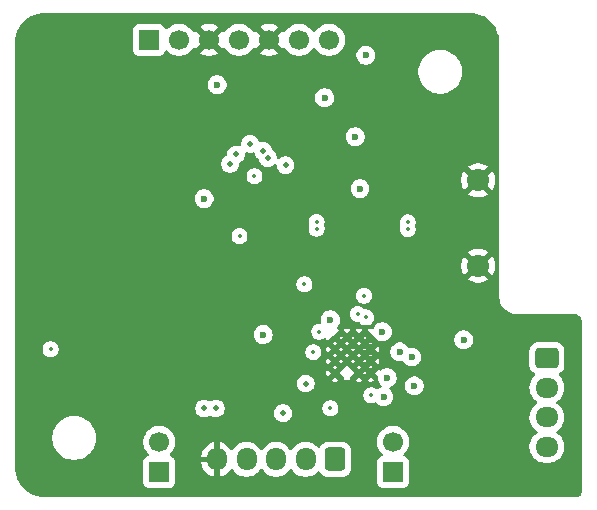
<source format=gbr>
%TF.GenerationSoftware,KiCad,Pcbnew,9.0.2*%
%TF.CreationDate,2025-07-23T20:38:51-05:00*%
%TF.ProjectId,Smart Motor,536d6172-7420-44d6-9f74-6f722e6b6963,rev?*%
%TF.SameCoordinates,Original*%
%TF.FileFunction,Copper,L2,Inr*%
%TF.FilePolarity,Positive*%
%FSLAX46Y46*%
G04 Gerber Fmt 4.6, Leading zero omitted, Abs format (unit mm)*
G04 Created by KiCad (PCBNEW 9.0.2) date 2025-07-23 20:38:51*
%MOMM*%
%LPD*%
G01*
G04 APERTURE LIST*
G04 Aperture macros list*
%AMRoundRect*
0 Rectangle with rounded corners*
0 $1 Rounding radius*
0 $2 $3 $4 $5 $6 $7 $8 $9 X,Y pos of 4 corners*
0 Add a 4 corners polygon primitive as box body*
4,1,4,$2,$3,$4,$5,$6,$7,$8,$9,$2,$3,0*
0 Add four circle primitives for the rounded corners*
1,1,$1+$1,$2,$3*
1,1,$1+$1,$4,$5*
1,1,$1+$1,$6,$7*
1,1,$1+$1,$8,$9*
0 Add four rect primitives between the rounded corners*
20,1,$1+$1,$2,$3,$4,$5,0*
20,1,$1+$1,$4,$5,$6,$7,0*
20,1,$1+$1,$6,$7,$8,$9,0*
20,1,$1+$1,$8,$9,$2,$3,0*%
G04 Aperture macros list end*
%TA.AperFunction,ComponentPad*%
%ADD10C,1.875000*%
%TD*%
%TA.AperFunction,ComponentPad*%
%ADD11R,1.700000X1.700000*%
%TD*%
%TA.AperFunction,ComponentPad*%
%ADD12C,1.700000*%
%TD*%
%TA.AperFunction,ComponentPad*%
%ADD13RoundRect,0.250000X0.600000X0.725000X-0.600000X0.725000X-0.600000X-0.725000X0.600000X-0.725000X0*%
%TD*%
%TA.AperFunction,ComponentPad*%
%ADD14O,1.700000X1.950000*%
%TD*%
%TA.AperFunction,ComponentPad*%
%ADD15RoundRect,0.250000X-0.725000X0.600000X-0.725000X-0.600000X0.725000X-0.600000X0.725000X0.600000X0*%
%TD*%
%TA.AperFunction,ComponentPad*%
%ADD16O,1.950000X1.700000*%
%TD*%
%TA.AperFunction,HeatsinkPad*%
%ADD17C,0.500000*%
%TD*%
%TA.AperFunction,ViaPad*%
%ADD18C,0.600000*%
%TD*%
%TA.AperFunction,ViaPad*%
%ADD19C,0.350000*%
%TD*%
%TA.AperFunction,ViaPad*%
%ADD20C,0.500000*%
%TD*%
%TA.AperFunction,Conductor*%
%ADD21C,0.150000*%
%TD*%
G04 APERTURE END LIST*
D10*
%TO.N,GND*%
%TO.C,J4*%
X159700000Y-126910000D03*
X159700000Y-119690000D03*
%TD*%
D11*
%TO.N,CAN_H*%
%TO.C,J2*%
X132700000Y-144375000D03*
D12*
%TO.N,Net-(J2-Pin_2)*%
X132700000Y-141835000D03*
%TD*%
D13*
%TO.N,+3.3V*%
%TO.C,J5*%
X147600000Y-143325000D03*
D14*
%TO.N,+24V*%
X145100000Y-143325000D03*
%TO.N,CAN_L*%
X142600000Y-143325000D03*
%TO.N,CAN_H*%
X140100000Y-143325000D03*
%TO.N,GND*%
X137600000Y-143325000D03*
%TD*%
D11*
%TO.N,+3.3V*%
%TO.C,J6*%
X131840000Y-107800000D03*
D12*
%TO.N,SWCLK*%
X134380000Y-107800000D03*
%TO.N,GND*%
X136920000Y-107800000D03*
%TO.N,SWDIO*%
X139460000Y-107800000D03*
%TO.N,GND*%
X142000000Y-107800000D03*
%TO.N,NRST*%
X144540000Y-107800000D03*
%TO.N,SWO*%
X147080000Y-107800000D03*
%TD*%
D15*
%TO.N,/OA1*%
%TO.C,J1*%
X165525000Y-134750000D03*
D16*
%TO.N,/OA2*%
X165525000Y-137250000D03*
%TO.N,/OB1*%
X165525000Y-139750000D03*
%TO.N,/OB2*%
X165525000Y-142250000D03*
%TD*%
D11*
%TO.N,CAN_L*%
%TO.C,J3*%
X152500000Y-144375000D03*
D12*
%TO.N,Net-(J3-Pin_2)*%
X152500000Y-141835000D03*
%TD*%
D17*
%TO.N,GND*%
%TO.C,U2*%
X147600000Y-136000000D03*
X149600000Y-136000000D03*
X150600000Y-136000000D03*
X147600000Y-135000000D03*
X148600000Y-135000000D03*
X149600000Y-135000000D03*
X150600000Y-135000000D03*
X147600000Y-134000000D03*
X148600000Y-134000000D03*
X149600000Y-134000000D03*
X150600000Y-134000000D03*
X147600000Y-133000000D03*
X148600000Y-133000000D03*
X149600000Y-133000000D03*
X150600000Y-133000000D03*
%TD*%
D18*
%TO.N,+3.3V*%
X150200000Y-109100000D03*
%TO.N,GND*%
X145352500Y-112625000D03*
X126100000Y-120200000D03*
D19*
%TO.N,USB_D+*%
X153750000Y-123250000D03*
%TO.N,USB_D-*%
X153750000Y-123800003D03*
D18*
%TO.N,GND*%
X142200000Y-126400000D03*
X133000000Y-118500000D03*
D20*
X151500000Y-118791871D03*
D18*
X139200000Y-130400000D03*
X130000000Y-131300000D03*
D19*
X143725000Y-132875000D03*
D18*
X147500000Y-129350000D03*
X129700000Y-136200000D03*
X155525000Y-133300000D03*
X126200000Y-128000000D03*
X142750000Y-130500000D03*
X160400000Y-129700000D03*
%TO.N,+3.3V*%
X147200000Y-131500000D03*
D19*
X150200000Y-131300000D03*
X123500000Y-134000000D03*
D18*
X149700000Y-120400000D03*
X136500000Y-121250000D03*
X141500000Y-132750000D03*
X137600000Y-111600000D03*
%TO.N,+24V*%
X158475000Y-133200000D03*
X152000000Y-136400000D03*
X151600000Y-132500000D03*
D20*
%TO.N,Net-(U2-5VOUT)*%
X145100000Y-136900000D03*
D19*
%TO.N,DAC*%
X145000000Y-128500000D03*
D20*
%TO.N,Net-(C14-Pad2)*%
X143183619Y-139408613D03*
%TO.N,CAN_H*%
X136500000Y-139000000D03*
%TO.N,CAN_L*%
X137500000Y-139000000D03*
%TO.N,SWCLK*%
X143400000Y-118400000D03*
D18*
%TO.N,NRST*%
X149300000Y-116000000D03*
X146700000Y-112700000D03*
D19*
%TO.N,USB_D-*%
X146021069Y-123775000D03*
%TO.N,USB_D+*%
X146021069Y-123225000D03*
%TO.N,RX*%
X146250000Y-132500000D03*
%TO.N,AS_SCL*%
X139500000Y-124400000D03*
D20*
%TO.N,AS_SDA*%
X140400000Y-116600000D03*
%TO.N,MCU_CANTX*%
X138700000Y-118300000D03*
%TO.N,MCU_CANRX*%
X139200000Y-117500000D03*
%TO.N,AS_OUT*%
X141500000Y-117200000D03*
D19*
%TO.N,AS_DIR*%
X140767933Y-119344292D03*
D20*
%TO.N,AS_PGO*%
X141900000Y-117800000D03*
D19*
%TO.N,DIAG*%
X145750000Y-134250000D03*
%TO.N,STEP*%
X150031801Y-129450000D03*
%TO.N,SPREAD*%
X147200000Y-139000000D03*
%TO.N,DIR*%
X149500000Y-131000000D03*
%TO.N,ENABLE*%
X150650044Y-137898957D03*
D18*
%TO.N,/OB1*%
X154300000Y-137100000D03*
%TO.N,/OB2*%
X151700000Y-138000000D03*
%TO.N,/OA1*%
X153076338Y-134216344D03*
%TO.N,/OA2*%
X154100000Y-134650000D03*
%TD*%
D21*
%TO.N,GND*%
X156500000Y-117000000D02*
X156250000Y-117000000D01*
%TD*%
%TA.AperFunction,Conductor*%
%TO.N,GND*%
G36*
X159003736Y-105500726D02*
G01*
X159293796Y-105518271D01*
X159308659Y-105520076D01*
X159590798Y-105571780D01*
X159605335Y-105575363D01*
X159879172Y-105660695D01*
X159893163Y-105666000D01*
X160154743Y-105783727D01*
X160167989Y-105790680D01*
X160413465Y-105939075D01*
X160425776Y-105947573D01*
X160651573Y-106124473D01*
X160662781Y-106134403D01*
X160865596Y-106337218D01*
X160875526Y-106348426D01*
X161032590Y-106548904D01*
X161052422Y-106574217D01*
X161060926Y-106586537D01*
X161096495Y-106645375D01*
X161209316Y-106832004D01*
X161216275Y-106845263D01*
X161333997Y-107106831D01*
X161339306Y-107120832D01*
X161424635Y-107394663D01*
X161428219Y-107409201D01*
X161479923Y-107691340D01*
X161481728Y-107706205D01*
X161499274Y-107996263D01*
X161499500Y-108003750D01*
X161499500Y-129607317D01*
X161530044Y-129819764D01*
X161530047Y-129819774D01*
X161590517Y-130025715D01*
X161679672Y-130220938D01*
X161679679Y-130220951D01*
X161746226Y-130324500D01*
X161795637Y-130401386D01*
X161795720Y-130401514D01*
X161936275Y-130563724D01*
X162060277Y-130671172D01*
X162098487Y-130704281D01*
X162227531Y-130787211D01*
X162279048Y-130820320D01*
X162279061Y-130820327D01*
X162474284Y-130909482D01*
X162474288Y-130909483D01*
X162474290Y-130909484D01*
X162680231Y-130969954D01*
X162680232Y-130969954D01*
X162680235Y-130969955D01*
X162743584Y-130979062D01*
X162892682Y-131000500D01*
X162934108Y-131000500D01*
X167734108Y-131000500D01*
X167793907Y-131000500D01*
X167806061Y-131001097D01*
X167924317Y-131012744D01*
X167948145Y-131017483D01*
X168056005Y-131050202D01*
X168078453Y-131059501D01*
X168162113Y-131104218D01*
X168177849Y-131112629D01*
X168198059Y-131126133D01*
X168285179Y-131197630D01*
X168302369Y-131214820D01*
X168373866Y-131301940D01*
X168387370Y-131322150D01*
X168440291Y-131421158D01*
X168440495Y-131421538D01*
X168449798Y-131443997D01*
X168482514Y-131551848D01*
X168487256Y-131575688D01*
X168497166Y-131676308D01*
X168498903Y-131693937D01*
X168499500Y-131706092D01*
X168499500Y-145993038D01*
X168498720Y-146006923D01*
X168488540Y-146097264D01*
X168482362Y-146124333D01*
X168454648Y-146203537D01*
X168442600Y-146228555D01*
X168397957Y-146299604D01*
X168380644Y-146321313D01*
X168321313Y-146380644D01*
X168299604Y-146397957D01*
X168228555Y-146442600D01*
X168203537Y-146454648D01*
X168124333Y-146482362D01*
X168097264Y-146488540D01*
X168017075Y-146497576D01*
X168006921Y-146498720D01*
X167993038Y-146499500D01*
X123003751Y-146499500D01*
X122996264Y-146499274D01*
X122706205Y-146481728D01*
X122691340Y-146479923D01*
X122409201Y-146428219D01*
X122394663Y-146424635D01*
X122120832Y-146339306D01*
X122106831Y-146333997D01*
X121845263Y-146216275D01*
X121832004Y-146209316D01*
X121586540Y-146060928D01*
X121574217Y-146052422D01*
X121348426Y-145875526D01*
X121337218Y-145865596D01*
X121134403Y-145662781D01*
X121124473Y-145651573D01*
X121070392Y-145582544D01*
X120947573Y-145425776D01*
X120939075Y-145413465D01*
X120790680Y-145167989D01*
X120783727Y-145154743D01*
X120666000Y-144893163D01*
X120660693Y-144879167D01*
X120636179Y-144800500D01*
X120575363Y-144605335D01*
X120571780Y-144590798D01*
X120551425Y-144479723D01*
X120520075Y-144308657D01*
X120518271Y-144293794D01*
X120507886Y-144122115D01*
X120500726Y-144003736D01*
X120500500Y-143996249D01*
X120500500Y-141378711D01*
X123649500Y-141378711D01*
X123649500Y-141621288D01*
X123681161Y-141861785D01*
X123743947Y-142096104D01*
X123820396Y-142280668D01*
X123836776Y-142320212D01*
X123958064Y-142530289D01*
X123958066Y-142530292D01*
X123958067Y-142530293D01*
X124105733Y-142722736D01*
X124105739Y-142722743D01*
X124277256Y-142894260D01*
X124277262Y-142894265D01*
X124469711Y-143041936D01*
X124679788Y-143163224D01*
X124903900Y-143256054D01*
X125138211Y-143318838D01*
X125318586Y-143342584D01*
X125378711Y-143350500D01*
X125378712Y-143350500D01*
X125621289Y-143350500D01*
X125669388Y-143344167D01*
X125861789Y-143318838D01*
X126096100Y-143256054D01*
X126320212Y-143163224D01*
X126530289Y-143041936D01*
X126722738Y-142894265D01*
X126894265Y-142722738D01*
X127041936Y-142530289D01*
X127163224Y-142320212D01*
X127256054Y-142096100D01*
X127318838Y-141861789D01*
X127335979Y-141731588D01*
X127336358Y-141728713D01*
X131349500Y-141728713D01*
X131349500Y-141941287D01*
X131350634Y-141948444D01*
X131365918Y-142044949D01*
X131382754Y-142151243D01*
X131441760Y-142332845D01*
X131448444Y-142353414D01*
X131544951Y-142542820D01*
X131669890Y-142714786D01*
X131783430Y-142828326D01*
X131816915Y-142889649D01*
X131811931Y-142959341D01*
X131770059Y-143015274D01*
X131739083Y-143032189D01*
X131607669Y-143081203D01*
X131607664Y-143081206D01*
X131492455Y-143167452D01*
X131492452Y-143167455D01*
X131406206Y-143282664D01*
X131406202Y-143282671D01*
X131355908Y-143417517D01*
X131349501Y-143477116D01*
X131349501Y-143477123D01*
X131349500Y-143477135D01*
X131349500Y-145272870D01*
X131349501Y-145272876D01*
X131355908Y-145332483D01*
X131406202Y-145467328D01*
X131406206Y-145467335D01*
X131492452Y-145582544D01*
X131492455Y-145582547D01*
X131607664Y-145668793D01*
X131607671Y-145668797D01*
X131742517Y-145719091D01*
X131742516Y-145719091D01*
X131749444Y-145719835D01*
X131802127Y-145725500D01*
X133597872Y-145725499D01*
X133657483Y-145719091D01*
X133792331Y-145668796D01*
X133907546Y-145582546D01*
X133993796Y-145467331D01*
X134044091Y-145332483D01*
X134050500Y-145272873D01*
X134050499Y-143477128D01*
X134044091Y-143417517D01*
X134039441Y-143405051D01*
X133993797Y-143282671D01*
X133993793Y-143282664D01*
X133921710Y-143186374D01*
X133907547Y-143167455D01*
X133907544Y-143167452D01*
X133792335Y-143081206D01*
X133792328Y-143081202D01*
X133775700Y-143075000D01*
X136252970Y-143075000D01*
X137195854Y-143075000D01*
X137157370Y-143141657D01*
X137125000Y-143262465D01*
X137125000Y-143387535D01*
X137157370Y-143508343D01*
X137195854Y-143575000D01*
X136252970Y-143575000D01*
X136283242Y-143766127D01*
X136283242Y-143766130D01*
X136348904Y-143968217D01*
X136445379Y-144157557D01*
X136570272Y-144329459D01*
X136570276Y-144329464D01*
X136720535Y-144479723D01*
X136720540Y-144479727D01*
X136892442Y-144604620D01*
X137081782Y-144701095D01*
X137283871Y-144766757D01*
X137350000Y-144777231D01*
X137350000Y-143729145D01*
X137416657Y-143767630D01*
X137537465Y-143800000D01*
X137662535Y-143800000D01*
X137783343Y-143767630D01*
X137850000Y-143729145D01*
X137850000Y-144777230D01*
X137916126Y-144766757D01*
X137916129Y-144766757D01*
X138118217Y-144701095D01*
X138307557Y-144604620D01*
X138479459Y-144479727D01*
X138479464Y-144479723D01*
X138629721Y-144329466D01*
X138749371Y-144164781D01*
X138804701Y-144122115D01*
X138874314Y-144116136D01*
X138936110Y-144148741D01*
X138950008Y-144164781D01*
X139069890Y-144329785D01*
X139069894Y-144329790D01*
X139220213Y-144480109D01*
X139392179Y-144605048D01*
X139392181Y-144605049D01*
X139392184Y-144605051D01*
X139581588Y-144701557D01*
X139783757Y-144767246D01*
X139993713Y-144800500D01*
X139993714Y-144800500D01*
X140206286Y-144800500D01*
X140206287Y-144800500D01*
X140416243Y-144767246D01*
X140618412Y-144701557D01*
X140807816Y-144605051D01*
X140829789Y-144589086D01*
X140979786Y-144480109D01*
X140979788Y-144480106D01*
X140979792Y-144480104D01*
X141130104Y-144329792D01*
X141249683Y-144165204D01*
X141305011Y-144122540D01*
X141374624Y-144116561D01*
X141436420Y-144149166D01*
X141450313Y-144165199D01*
X141543742Y-144293794D01*
X141569896Y-144329792D01*
X141720213Y-144480109D01*
X141892179Y-144605048D01*
X141892181Y-144605049D01*
X141892184Y-144605051D01*
X142081588Y-144701557D01*
X142283757Y-144767246D01*
X142493713Y-144800500D01*
X142493714Y-144800500D01*
X142706286Y-144800500D01*
X142706287Y-144800500D01*
X142916243Y-144767246D01*
X143118412Y-144701557D01*
X143307816Y-144605051D01*
X143329789Y-144589086D01*
X143479786Y-144480109D01*
X143479788Y-144480106D01*
X143479792Y-144480104D01*
X143630104Y-144329792D01*
X143749683Y-144165204D01*
X143805011Y-144122540D01*
X143874624Y-144116561D01*
X143936420Y-144149166D01*
X143950313Y-144165199D01*
X144043742Y-144293794D01*
X144069896Y-144329792D01*
X144220213Y-144480109D01*
X144392179Y-144605048D01*
X144392181Y-144605049D01*
X144392184Y-144605051D01*
X144581588Y-144701557D01*
X144783757Y-144767246D01*
X144993713Y-144800500D01*
X144993714Y-144800500D01*
X145206286Y-144800500D01*
X145206287Y-144800500D01*
X145416243Y-144767246D01*
X145618412Y-144701557D01*
X145807816Y-144605051D01*
X145979792Y-144480104D01*
X146118604Y-144341291D01*
X146179923Y-144307809D01*
X146249615Y-144312793D01*
X146305549Y-144354664D01*
X146311821Y-144363878D01*
X146315185Y-144369333D01*
X146315186Y-144369334D01*
X146407288Y-144518656D01*
X146531344Y-144642712D01*
X146680666Y-144734814D01*
X146847203Y-144789999D01*
X146949991Y-144800500D01*
X148250008Y-144800499D01*
X148352797Y-144789999D01*
X148519334Y-144734814D01*
X148668656Y-144642712D01*
X148792712Y-144518656D01*
X148884814Y-144369334D01*
X148939999Y-144202797D01*
X148950500Y-144100009D01*
X148950499Y-142549992D01*
X148948851Y-142533863D01*
X148939999Y-142447203D01*
X148939998Y-142447200D01*
X148908920Y-142353414D01*
X148884814Y-142280666D01*
X148792712Y-142131344D01*
X148668656Y-142007288D01*
X148561649Y-141941286D01*
X148519336Y-141915187D01*
X148519331Y-141915185D01*
X148517862Y-141914698D01*
X148352797Y-141860001D01*
X148352795Y-141860000D01*
X148250010Y-141849500D01*
X146949998Y-141849500D01*
X146949981Y-141849501D01*
X146847203Y-141860000D01*
X146847200Y-141860001D01*
X146680668Y-141915185D01*
X146680663Y-141915187D01*
X146531342Y-142007289D01*
X146407289Y-142131342D01*
X146311821Y-142286121D01*
X146259873Y-142332845D01*
X146190910Y-142344068D01*
X146126828Y-142316224D01*
X146118601Y-142308705D01*
X145979786Y-142169890D01*
X145807820Y-142044951D01*
X145618414Y-141948444D01*
X145618413Y-141948443D01*
X145618412Y-141948443D01*
X145416243Y-141882754D01*
X145416241Y-141882753D01*
X145416240Y-141882753D01*
X145254957Y-141857208D01*
X145206287Y-141849500D01*
X144993713Y-141849500D01*
X144945042Y-141857208D01*
X144783760Y-141882753D01*
X144581585Y-141948444D01*
X144392179Y-142044951D01*
X144220213Y-142169890D01*
X144069894Y-142320209D01*
X144069890Y-142320214D01*
X143950318Y-142484793D01*
X143894989Y-142527459D01*
X143825375Y-142533438D01*
X143763580Y-142500833D01*
X143749682Y-142484793D01*
X143630109Y-142320214D01*
X143630105Y-142320209D01*
X143479786Y-142169890D01*
X143307820Y-142044951D01*
X143118414Y-141948444D01*
X143118413Y-141948443D01*
X143118412Y-141948443D01*
X142916243Y-141882754D01*
X142916241Y-141882753D01*
X142916240Y-141882753D01*
X142754957Y-141857208D01*
X142706287Y-141849500D01*
X142493713Y-141849500D01*
X142445042Y-141857208D01*
X142283760Y-141882753D01*
X142081585Y-141948444D01*
X141892179Y-142044951D01*
X141720213Y-142169890D01*
X141569894Y-142320209D01*
X141569890Y-142320214D01*
X141450318Y-142484793D01*
X141394989Y-142527459D01*
X141325375Y-142533438D01*
X141263580Y-142500833D01*
X141249682Y-142484793D01*
X141130109Y-142320214D01*
X141130105Y-142320209D01*
X140979786Y-142169890D01*
X140807820Y-142044951D01*
X140618414Y-141948444D01*
X140618413Y-141948443D01*
X140618412Y-141948443D01*
X140416243Y-141882754D01*
X140416241Y-141882753D01*
X140416240Y-141882753D01*
X140254957Y-141857208D01*
X140206287Y-141849500D01*
X139993713Y-141849500D01*
X139945042Y-141857208D01*
X139783760Y-141882753D01*
X139581585Y-141948444D01*
X139392179Y-142044951D01*
X139220213Y-142169890D01*
X139069894Y-142320209D01*
X139069890Y-142320214D01*
X138950008Y-142485218D01*
X138894678Y-142527884D01*
X138825065Y-142533863D01*
X138763270Y-142501257D01*
X138749372Y-142485218D01*
X138629727Y-142320540D01*
X138629723Y-142320535D01*
X138479464Y-142170276D01*
X138479459Y-142170272D01*
X138307557Y-142045379D01*
X138118215Y-141948903D01*
X137916124Y-141883241D01*
X137850000Y-141872768D01*
X137850000Y-142920854D01*
X137783343Y-142882370D01*
X137662535Y-142850000D01*
X137537465Y-142850000D01*
X137416657Y-142882370D01*
X137350000Y-142920854D01*
X137350000Y-141872768D01*
X137349999Y-141872768D01*
X137283875Y-141883241D01*
X137081784Y-141948903D01*
X136892442Y-142045379D01*
X136720540Y-142170272D01*
X136720535Y-142170276D01*
X136570276Y-142320535D01*
X136570272Y-142320540D01*
X136445379Y-142492442D01*
X136348904Y-142681782D01*
X136283242Y-142883869D01*
X136283242Y-142883872D01*
X136252970Y-143075000D01*
X133775700Y-143075000D01*
X133660917Y-143032189D01*
X133604983Y-142990318D01*
X133580566Y-142924853D01*
X133595418Y-142856580D01*
X133616563Y-142828332D01*
X133730104Y-142714792D01*
X133855051Y-142542816D01*
X133951557Y-142353412D01*
X134017246Y-142151243D01*
X134050500Y-141941287D01*
X134050500Y-141728713D01*
X151149500Y-141728713D01*
X151149500Y-141941287D01*
X151150634Y-141948444D01*
X151165918Y-142044949D01*
X151182754Y-142151243D01*
X151241760Y-142332845D01*
X151248444Y-142353414D01*
X151344951Y-142542820D01*
X151469890Y-142714786D01*
X151583430Y-142828326D01*
X151616915Y-142889649D01*
X151611931Y-142959341D01*
X151570059Y-143015274D01*
X151539083Y-143032189D01*
X151407669Y-143081203D01*
X151407664Y-143081206D01*
X151292455Y-143167452D01*
X151292452Y-143167455D01*
X151206206Y-143282664D01*
X151206202Y-143282671D01*
X151155908Y-143417517D01*
X151149501Y-143477116D01*
X151149501Y-143477123D01*
X151149500Y-143477135D01*
X151149500Y-145272870D01*
X151149501Y-145272876D01*
X151155908Y-145332483D01*
X151206202Y-145467328D01*
X151206206Y-145467335D01*
X151292452Y-145582544D01*
X151292455Y-145582547D01*
X151407664Y-145668793D01*
X151407671Y-145668797D01*
X151542517Y-145719091D01*
X151542516Y-145719091D01*
X151549444Y-145719835D01*
X151602127Y-145725500D01*
X153397872Y-145725499D01*
X153457483Y-145719091D01*
X153592331Y-145668796D01*
X153707546Y-145582546D01*
X153793796Y-145467331D01*
X153844091Y-145332483D01*
X153850500Y-145272873D01*
X153850499Y-143477128D01*
X153844091Y-143417517D01*
X153839441Y-143405051D01*
X153793797Y-143282671D01*
X153793793Y-143282664D01*
X153707547Y-143167455D01*
X153707544Y-143167452D01*
X153592335Y-143081206D01*
X153592328Y-143081202D01*
X153460917Y-143032189D01*
X153404983Y-142990318D01*
X153380566Y-142924853D01*
X153395418Y-142856580D01*
X153416563Y-142828332D01*
X153530104Y-142714792D01*
X153655051Y-142542816D01*
X153751557Y-142353412D01*
X153817246Y-142151243D01*
X153850500Y-141941287D01*
X153850500Y-141728713D01*
X153817246Y-141518757D01*
X153751557Y-141316588D01*
X153655051Y-141127184D01*
X153655049Y-141127181D01*
X153655048Y-141127179D01*
X153530109Y-140955213D01*
X153379786Y-140804890D01*
X153207820Y-140679951D01*
X153018414Y-140583444D01*
X153018413Y-140583443D01*
X153018412Y-140583443D01*
X152816243Y-140517754D01*
X152816241Y-140517753D01*
X152816240Y-140517753D01*
X152654957Y-140492208D01*
X152606287Y-140484500D01*
X152393713Y-140484500D01*
X152345042Y-140492208D01*
X152183760Y-140517753D01*
X151981585Y-140583444D01*
X151792179Y-140679951D01*
X151620213Y-140804890D01*
X151469890Y-140955213D01*
X151344951Y-141127179D01*
X151248444Y-141316585D01*
X151182753Y-141518760D01*
X151152835Y-141707656D01*
X151149500Y-141728713D01*
X134050500Y-141728713D01*
X134017246Y-141518757D01*
X133951557Y-141316588D01*
X133855051Y-141127184D01*
X133855049Y-141127181D01*
X133855048Y-141127179D01*
X133730109Y-140955213D01*
X133579786Y-140804890D01*
X133407820Y-140679951D01*
X133218414Y-140583444D01*
X133218413Y-140583443D01*
X133218412Y-140583443D01*
X133016243Y-140517754D01*
X133016241Y-140517753D01*
X133016240Y-140517753D01*
X132854957Y-140492208D01*
X132806287Y-140484500D01*
X132593713Y-140484500D01*
X132545042Y-140492208D01*
X132383760Y-140517753D01*
X132181585Y-140583444D01*
X131992179Y-140679951D01*
X131820213Y-140804890D01*
X131669890Y-140955213D01*
X131544951Y-141127179D01*
X131448444Y-141316585D01*
X131382753Y-141518760D01*
X131352835Y-141707656D01*
X131349500Y-141728713D01*
X127336358Y-141728713D01*
X127339130Y-141707656D01*
X127350500Y-141621288D01*
X127350500Y-141378711D01*
X127329592Y-141219896D01*
X127318838Y-141138211D01*
X127256054Y-140903900D01*
X127163224Y-140679788D01*
X127041936Y-140469711D01*
X126894265Y-140277262D01*
X126894260Y-140277256D01*
X126722743Y-140105739D01*
X126722736Y-140105733D01*
X126530293Y-139958067D01*
X126530292Y-139958066D01*
X126530289Y-139958064D01*
X126320212Y-139836776D01*
X126320205Y-139836773D01*
X126096104Y-139743947D01*
X125861785Y-139681161D01*
X125621289Y-139649500D01*
X125621288Y-139649500D01*
X125378712Y-139649500D01*
X125378711Y-139649500D01*
X125138214Y-139681161D01*
X124903895Y-139743947D01*
X124679794Y-139836773D01*
X124679785Y-139836777D01*
X124469706Y-139958067D01*
X124277263Y-140105733D01*
X124277256Y-140105739D01*
X124105739Y-140277256D01*
X124105733Y-140277263D01*
X123958067Y-140469706D01*
X123836777Y-140679785D01*
X123836773Y-140679794D01*
X123743947Y-140903895D01*
X123681161Y-141138214D01*
X123649500Y-141378711D01*
X120500500Y-141378711D01*
X120500500Y-139073920D01*
X135749499Y-139073920D01*
X135778340Y-139218907D01*
X135778343Y-139218917D01*
X135834912Y-139355488D01*
X135834919Y-139355501D01*
X135917048Y-139478415D01*
X135917051Y-139478419D01*
X136021580Y-139582948D01*
X136021584Y-139582951D01*
X136144498Y-139665080D01*
X136144511Y-139665087D01*
X136281082Y-139721656D01*
X136281087Y-139721658D01*
X136281091Y-139721658D01*
X136281092Y-139721659D01*
X136426079Y-139750500D01*
X136426082Y-139750500D01*
X136573920Y-139750500D01*
X136671462Y-139731096D01*
X136718913Y-139721658D01*
X136824547Y-139677902D01*
X136855488Y-139665087D01*
X136855488Y-139665086D01*
X136855495Y-139665084D01*
X136931111Y-139614559D01*
X136997786Y-139593682D01*
X137065166Y-139612166D01*
X137068848Y-139614531D01*
X137144505Y-139665084D01*
X137144507Y-139665085D01*
X137144511Y-139665087D01*
X137281082Y-139721656D01*
X137281087Y-139721658D01*
X137281091Y-139721658D01*
X137281092Y-139721659D01*
X137426079Y-139750500D01*
X137426082Y-139750500D01*
X137573920Y-139750500D01*
X137671462Y-139731096D01*
X137718913Y-139721658D01*
X137824547Y-139677902D01*
X137855488Y-139665087D01*
X137855488Y-139665086D01*
X137855495Y-139665084D01*
X137978416Y-139582951D01*
X138078834Y-139482533D01*
X142433118Y-139482533D01*
X142461959Y-139627520D01*
X142461962Y-139627530D01*
X142518531Y-139764101D01*
X142518538Y-139764114D01*
X142600667Y-139887028D01*
X142600670Y-139887032D01*
X142705199Y-139991561D01*
X142705203Y-139991564D01*
X142828117Y-140073693D01*
X142828130Y-140073700D01*
X142905480Y-140105739D01*
X142964706Y-140130271D01*
X142964710Y-140130271D01*
X142964711Y-140130272D01*
X143109698Y-140159113D01*
X143109701Y-140159113D01*
X143257539Y-140159113D01*
X143355081Y-140139709D01*
X143402532Y-140130271D01*
X143539114Y-140073697D01*
X143662035Y-139991564D01*
X143766570Y-139887029D01*
X143848703Y-139764108D01*
X143905277Y-139627526D01*
X143925732Y-139524695D01*
X143934119Y-139482533D01*
X143934119Y-139334692D01*
X143905278Y-139189705D01*
X143905277Y-139189704D01*
X143905277Y-139189700D01*
X143905275Y-139189695D01*
X143854260Y-139066533D01*
X146524499Y-139066533D01*
X146550458Y-139197030D01*
X146550461Y-139197040D01*
X146601376Y-139319961D01*
X146601386Y-139319979D01*
X146675301Y-139430601D01*
X146675307Y-139430609D01*
X146769390Y-139524692D01*
X146769398Y-139524698D01*
X146880020Y-139598613D01*
X146880023Y-139598614D01*
X146880031Y-139598620D01*
X146880037Y-139598622D01*
X146880038Y-139598623D01*
X146988896Y-139643713D01*
X147002964Y-139649540D01*
X147002968Y-139649540D01*
X147002969Y-139649541D01*
X147133466Y-139675500D01*
X147133469Y-139675500D01*
X147266533Y-139675500D01*
X147354325Y-139658035D01*
X147397036Y-139649540D01*
X147519969Y-139598620D01*
X147630606Y-139524695D01*
X147724695Y-139430606D01*
X147798620Y-139319969D01*
X147849540Y-139197036D01*
X147858035Y-139154325D01*
X147875500Y-139066533D01*
X147875500Y-138933466D01*
X147849541Y-138802969D01*
X147849540Y-138802968D01*
X147849540Y-138802964D01*
X147840476Y-138781082D01*
X147798623Y-138680038D01*
X147798622Y-138680037D01*
X147798620Y-138680031D01*
X147774886Y-138644511D01*
X147724698Y-138569398D01*
X147724692Y-138569390D01*
X147630609Y-138475307D01*
X147630601Y-138475301D01*
X147519979Y-138401386D01*
X147519972Y-138401382D01*
X147519969Y-138401380D01*
X147519965Y-138401378D01*
X147519961Y-138401376D01*
X147397040Y-138350461D01*
X147397030Y-138350458D01*
X147266533Y-138324500D01*
X147266531Y-138324500D01*
X147133469Y-138324500D01*
X147133467Y-138324500D01*
X147002969Y-138350458D01*
X147002959Y-138350461D01*
X146880038Y-138401376D01*
X146880020Y-138401386D01*
X146769398Y-138475301D01*
X146769390Y-138475307D01*
X146675307Y-138569390D01*
X146675301Y-138569398D01*
X146601386Y-138680020D01*
X146601376Y-138680038D01*
X146550461Y-138802959D01*
X146550458Y-138802969D01*
X146524500Y-138933466D01*
X146524500Y-138933469D01*
X146524500Y-139066531D01*
X146524500Y-139066533D01*
X146524499Y-139066533D01*
X143854260Y-139066533D01*
X143848706Y-139053124D01*
X143848696Y-139053106D01*
X143810719Y-138996269D01*
X143810718Y-138996268D01*
X143766570Y-138930197D01*
X143766567Y-138930193D01*
X143662038Y-138825664D01*
X143662034Y-138825661D01*
X143539120Y-138743532D01*
X143539107Y-138743525D01*
X143402536Y-138686956D01*
X143402526Y-138686953D01*
X143257539Y-138658113D01*
X143257537Y-138658113D01*
X143109701Y-138658113D01*
X143109699Y-138658113D01*
X142964711Y-138686953D01*
X142964701Y-138686956D01*
X142828130Y-138743525D01*
X142828117Y-138743532D01*
X142705203Y-138825661D01*
X142705199Y-138825664D01*
X142600670Y-138930193D01*
X142600667Y-138930197D01*
X142518538Y-139053111D01*
X142518531Y-139053124D01*
X142461962Y-139189695D01*
X142461959Y-139189705D01*
X142433119Y-139334692D01*
X142433119Y-139334695D01*
X142433119Y-139482531D01*
X142433119Y-139482533D01*
X142433118Y-139482533D01*
X138078834Y-139482533D01*
X138082951Y-139478416D01*
X138165084Y-139355495D01*
X138221658Y-139218913D01*
X138250500Y-139073918D01*
X138250500Y-138926082D01*
X138250500Y-138926079D01*
X138221659Y-138781092D01*
X138221658Y-138781091D01*
X138221658Y-138781087D01*
X138206101Y-138743529D01*
X138165087Y-138644511D01*
X138165080Y-138644498D01*
X138082951Y-138521584D01*
X138082948Y-138521580D01*
X137978419Y-138417051D01*
X137978415Y-138417048D01*
X137855501Y-138334919D01*
X137855488Y-138334912D01*
X137718917Y-138278343D01*
X137718907Y-138278340D01*
X137573920Y-138249500D01*
X137573918Y-138249500D01*
X137426082Y-138249500D01*
X137426080Y-138249500D01*
X137281092Y-138278340D01*
X137281082Y-138278343D01*
X137144511Y-138334912D01*
X137144498Y-138334919D01*
X137068891Y-138385439D01*
X137002213Y-138406317D01*
X136934833Y-138387832D01*
X136931109Y-138385439D01*
X136855501Y-138334919D01*
X136855488Y-138334912D01*
X136718917Y-138278343D01*
X136718907Y-138278340D01*
X136573920Y-138249500D01*
X136573918Y-138249500D01*
X136426082Y-138249500D01*
X136426080Y-138249500D01*
X136281092Y-138278340D01*
X136281082Y-138278343D01*
X136144511Y-138334912D01*
X136144498Y-138334919D01*
X136021584Y-138417048D01*
X136021580Y-138417051D01*
X135917051Y-138521580D01*
X135917048Y-138521584D01*
X135834919Y-138644498D01*
X135834912Y-138644511D01*
X135778343Y-138781082D01*
X135778340Y-138781092D01*
X135749500Y-138926079D01*
X135749500Y-138926082D01*
X135749500Y-139073918D01*
X135749500Y-139073920D01*
X135749499Y-139073920D01*
X120500500Y-139073920D01*
X120500500Y-137965490D01*
X149974543Y-137965490D01*
X150000502Y-138095987D01*
X150000505Y-138095997D01*
X150051420Y-138218918D01*
X150051430Y-138218936D01*
X150125345Y-138329558D01*
X150125351Y-138329566D01*
X150219434Y-138423649D01*
X150219442Y-138423655D01*
X150330064Y-138497570D01*
X150330067Y-138497571D01*
X150330075Y-138497577D01*
X150330081Y-138497579D01*
X150330082Y-138497580D01*
X150395375Y-138524625D01*
X150453008Y-138548497D01*
X150453012Y-138548497D01*
X150453013Y-138548498D01*
X150583510Y-138574457D01*
X150583513Y-138574457D01*
X150716577Y-138574457D01*
X150804369Y-138556992D01*
X150847080Y-138548497D01*
X150904713Y-138524625D01*
X150960985Y-138501317D01*
X151030454Y-138493848D01*
X151092933Y-138525124D01*
X151096118Y-138528197D01*
X151189707Y-138621786D01*
X151189711Y-138621789D01*
X151320814Y-138709390D01*
X151320827Y-138709397D01*
X151466498Y-138769735D01*
X151466503Y-138769737D01*
X151621153Y-138800499D01*
X151621156Y-138800500D01*
X151621158Y-138800500D01*
X151778844Y-138800500D01*
X151778845Y-138800499D01*
X151933497Y-138769737D01*
X152079179Y-138709394D01*
X152210289Y-138621789D01*
X152321789Y-138510289D01*
X152409394Y-138379179D01*
X152469737Y-138233497D01*
X152500500Y-138078842D01*
X152500500Y-137921158D01*
X152500500Y-137921155D01*
X152500499Y-137921153D01*
X152478269Y-137809397D01*
X152469737Y-137766503D01*
X152442989Y-137701926D01*
X152409397Y-137620827D01*
X152409390Y-137620814D01*
X152321789Y-137489711D01*
X152321786Y-137489707D01*
X152210294Y-137378215D01*
X152209173Y-137377295D01*
X152208743Y-137376664D01*
X152205982Y-137373903D01*
X152206505Y-137373379D01*
X152169840Y-137319548D01*
X152167971Y-137249704D01*
X152204159Y-137189936D01*
X152240380Y-137166885D01*
X152379179Y-137109394D01*
X152510289Y-137021789D01*
X152510925Y-137021153D01*
X153499500Y-137021153D01*
X153499500Y-137178846D01*
X153530261Y-137333489D01*
X153530264Y-137333501D01*
X153590602Y-137479172D01*
X153590609Y-137479185D01*
X153678210Y-137610288D01*
X153678213Y-137610292D01*
X153789707Y-137721786D01*
X153789711Y-137721789D01*
X153920814Y-137809390D01*
X153920827Y-137809397D01*
X154066498Y-137869735D01*
X154066503Y-137869737D01*
X154221153Y-137900499D01*
X154221156Y-137900500D01*
X154221158Y-137900500D01*
X154378844Y-137900500D01*
X154378845Y-137900499D01*
X154533497Y-137869737D01*
X154679179Y-137809394D01*
X154810289Y-137721789D01*
X154921789Y-137610289D01*
X155009394Y-137479179D01*
X155069737Y-137333497D01*
X155100500Y-137178842D01*
X155100500Y-137021158D01*
X155100500Y-137021155D01*
X155100499Y-137021153D01*
X155078447Y-136910292D01*
X155069737Y-136866503D01*
X155033569Y-136779185D01*
X155009397Y-136720827D01*
X155009390Y-136720814D01*
X154921789Y-136589711D01*
X154921786Y-136589707D01*
X154810292Y-136478213D01*
X154810288Y-136478210D01*
X154679185Y-136390609D01*
X154679172Y-136390602D01*
X154533501Y-136330264D01*
X154533489Y-136330261D01*
X154378845Y-136299500D01*
X154378842Y-136299500D01*
X154221158Y-136299500D01*
X154221155Y-136299500D01*
X154066510Y-136330261D01*
X154066498Y-136330264D01*
X153920827Y-136390602D01*
X153920814Y-136390609D01*
X153789711Y-136478210D01*
X153789707Y-136478213D01*
X153678213Y-136589707D01*
X153678210Y-136589711D01*
X153590609Y-136720814D01*
X153590602Y-136720827D01*
X153530264Y-136866498D01*
X153530261Y-136866510D01*
X153499500Y-137021153D01*
X152510925Y-137021153D01*
X152604694Y-136927385D01*
X152621786Y-136910292D01*
X152621789Y-136910289D01*
X152709394Y-136779179D01*
X152769737Y-136633497D01*
X152800500Y-136478842D01*
X152800500Y-136321158D01*
X152800500Y-136321156D01*
X152800500Y-136321155D01*
X152800499Y-136321153D01*
X152783344Y-136234912D01*
X152769737Y-136166503D01*
X152761429Y-136146446D01*
X152709397Y-136020827D01*
X152709390Y-136020814D01*
X152621789Y-135889711D01*
X152621786Y-135889707D01*
X152510292Y-135778213D01*
X152510288Y-135778210D01*
X152379185Y-135690609D01*
X152379172Y-135690602D01*
X152233501Y-135630264D01*
X152233489Y-135630261D01*
X152078845Y-135599500D01*
X152078842Y-135599500D01*
X151921158Y-135599500D01*
X151921155Y-135599500D01*
X151766510Y-135630261D01*
X151766498Y-135630264D01*
X151620827Y-135690602D01*
X151620814Y-135690609D01*
X151484646Y-135781595D01*
X151483487Y-135779861D01*
X151427883Y-135803451D01*
X151359020Y-135791632D01*
X151307479Y-135744460D01*
X151299016Y-135727732D01*
X151277577Y-135675974D01*
X150953554Y-135999999D01*
X150953554Y-136000000D01*
X151165111Y-136211557D01*
X151198596Y-136272880D01*
X151198975Y-136314983D01*
X151200097Y-136315094D01*
X151199500Y-136321156D01*
X151199500Y-136478846D01*
X151230261Y-136633489D01*
X151230264Y-136633501D01*
X151290602Y-136779172D01*
X151290609Y-136779185D01*
X151378210Y-136910288D01*
X151378213Y-136910292D01*
X151489708Y-137021787D01*
X151490824Y-137022703D01*
X151491251Y-137023330D01*
X151494018Y-137026097D01*
X151493493Y-137026621D01*
X151530158Y-137080449D01*
X151532029Y-137150293D01*
X151495841Y-137210061D01*
X151459612Y-137233117D01*
X151320823Y-137290604D01*
X151320816Y-137290608D01*
X151207025Y-137366641D01*
X151140348Y-137387518D01*
X151072968Y-137369033D01*
X151069245Y-137366641D01*
X150970016Y-137300339D01*
X150970015Y-137300338D01*
X150970013Y-137300337D01*
X150970010Y-137300335D01*
X150970005Y-137300333D01*
X150847084Y-137249418D01*
X150847074Y-137249415D01*
X150716577Y-137223457D01*
X150716575Y-137223457D01*
X150583513Y-137223457D01*
X150583511Y-137223457D01*
X150453013Y-137249415D01*
X150453003Y-137249418D01*
X150330082Y-137300333D01*
X150330064Y-137300343D01*
X150219442Y-137374258D01*
X150219434Y-137374264D01*
X150125351Y-137468347D01*
X150125345Y-137468355D01*
X150051430Y-137578977D01*
X150051420Y-137578995D01*
X150000505Y-137701916D01*
X150000502Y-137701926D01*
X149974544Y-137832423D01*
X149974544Y-137832426D01*
X149974544Y-137965488D01*
X149974544Y-137965490D01*
X149974543Y-137965490D01*
X120500500Y-137965490D01*
X120500500Y-136973920D01*
X144349499Y-136973920D01*
X144378340Y-137118907D01*
X144378343Y-137118917D01*
X144434912Y-137255488D01*
X144434919Y-137255501D01*
X144517048Y-137378415D01*
X144517051Y-137378419D01*
X144621580Y-137482948D01*
X144621584Y-137482951D01*
X144744498Y-137565080D01*
X144744511Y-137565087D01*
X144853647Y-137610292D01*
X144881087Y-137621658D01*
X144881091Y-137621658D01*
X144881092Y-137621659D01*
X145026079Y-137650500D01*
X145026082Y-137650500D01*
X145173920Y-137650500D01*
X145271462Y-137631096D01*
X145318913Y-137621658D01*
X145455495Y-137565084D01*
X145578416Y-137482951D01*
X145682951Y-137378416D01*
X145765084Y-137255495D01*
X145821658Y-137118913D01*
X145831096Y-137071462D01*
X145850500Y-136973920D01*
X145850500Y-136826079D01*
X145821659Y-136681092D01*
X145821656Y-136681081D01*
X145820205Y-136677577D01*
X147275975Y-136677577D01*
X147381236Y-136721178D01*
X147381240Y-136721179D01*
X147526126Y-136749999D01*
X147526129Y-136750000D01*
X147673871Y-136750000D01*
X147673873Y-136749999D01*
X147818760Y-136721179D01*
X147818775Y-136721175D01*
X147924024Y-136677578D01*
X147924024Y-136677577D01*
X149275975Y-136677577D01*
X149381236Y-136721178D01*
X149381240Y-136721179D01*
X149526126Y-136749999D01*
X149526129Y-136750000D01*
X149673871Y-136750000D01*
X149673873Y-136749999D01*
X149818760Y-136721179D01*
X149818775Y-136721175D01*
X149924024Y-136677578D01*
X149924024Y-136677577D01*
X150275975Y-136677577D01*
X150381236Y-136721178D01*
X150381240Y-136721179D01*
X150526126Y-136749999D01*
X150526129Y-136750000D01*
X150673871Y-136750000D01*
X150673873Y-136749999D01*
X150818760Y-136721179D01*
X150818775Y-136721175D01*
X150924024Y-136677578D01*
X150924024Y-136677577D01*
X150600001Y-136353554D01*
X150600000Y-136353554D01*
X150275975Y-136677577D01*
X149924024Y-136677577D01*
X149600001Y-136353554D01*
X149600000Y-136353554D01*
X149275975Y-136677577D01*
X147924024Y-136677577D01*
X147600001Y-136353554D01*
X147600000Y-136353554D01*
X147275975Y-136677577D01*
X145820205Y-136677577D01*
X145765087Y-136544511D01*
X145765080Y-136544498D01*
X145682951Y-136421584D01*
X145682948Y-136421580D01*
X145578419Y-136317051D01*
X145578415Y-136317048D01*
X145455501Y-136234919D01*
X145455488Y-136234912D01*
X145318917Y-136178343D01*
X145318907Y-136178340D01*
X145173920Y-136149500D01*
X145173918Y-136149500D01*
X145026082Y-136149500D01*
X145026080Y-136149500D01*
X144881092Y-136178340D01*
X144881082Y-136178343D01*
X144744511Y-136234912D01*
X144744498Y-136234919D01*
X144621584Y-136317048D01*
X144621580Y-136317051D01*
X144517051Y-136421580D01*
X144517048Y-136421584D01*
X144434919Y-136544498D01*
X144434912Y-136544511D01*
X144378343Y-136681082D01*
X144378340Y-136681092D01*
X144349500Y-136826079D01*
X144349500Y-136826082D01*
X144349500Y-136973918D01*
X144349500Y-136973920D01*
X144349499Y-136973920D01*
X120500500Y-136973920D01*
X120500500Y-135926126D01*
X146850000Y-135926126D01*
X146850000Y-136073873D01*
X146878820Y-136218759D01*
X146878822Y-136218767D01*
X146922421Y-136324024D01*
X147246446Y-136000000D01*
X147246446Y-135999999D01*
X147226556Y-135980109D01*
X147500000Y-135980109D01*
X147500000Y-136019891D01*
X147515224Y-136056645D01*
X147543355Y-136084776D01*
X147580109Y-136100000D01*
X147619891Y-136100000D01*
X147656645Y-136084776D01*
X147684776Y-136056645D01*
X147700000Y-136019891D01*
X147700000Y-136000000D01*
X147953554Y-136000000D01*
X148311349Y-136357795D01*
X148344834Y-136419118D01*
X148339850Y-136488810D01*
X148315511Y-136526680D01*
X148315780Y-136528726D01*
X148368406Y-136559109D01*
X148521009Y-136599999D01*
X148521011Y-136600000D01*
X148678989Y-136600000D01*
X148678990Y-136599999D01*
X148831588Y-136559111D01*
X148832186Y-136558766D01*
X148853952Y-136425490D01*
X148859271Y-136414405D01*
X148860149Y-136402142D01*
X148879930Y-136371362D01*
X148884184Y-136362500D01*
X148886571Y-136361029D01*
X148888650Y-136357795D01*
X149246445Y-135999999D01*
X149226555Y-135980109D01*
X149500000Y-135980109D01*
X149500000Y-136019891D01*
X149515224Y-136056645D01*
X149543355Y-136084776D01*
X149580109Y-136100000D01*
X149619891Y-136100000D01*
X149656645Y-136084776D01*
X149684776Y-136056645D01*
X149700000Y-136019891D01*
X149700000Y-136000000D01*
X149953554Y-136000000D01*
X150100000Y-136146446D01*
X150246446Y-136000000D01*
X150226555Y-135980109D01*
X150500000Y-135980109D01*
X150500000Y-136019891D01*
X150515224Y-136056645D01*
X150543355Y-136084776D01*
X150580109Y-136100000D01*
X150619891Y-136100000D01*
X150656645Y-136084776D01*
X150684776Y-136056645D01*
X150700000Y-136019891D01*
X150700000Y-135980109D01*
X150684776Y-135943355D01*
X150656645Y-135915224D01*
X150619891Y-135900000D01*
X150580109Y-135900000D01*
X150543355Y-135915224D01*
X150515224Y-135943355D01*
X150500000Y-135980109D01*
X150226555Y-135980109D01*
X150100000Y-135853554D01*
X149953554Y-136000000D01*
X149700000Y-136000000D01*
X149700000Y-135980109D01*
X149684776Y-135943355D01*
X149656645Y-135915224D01*
X149619891Y-135900000D01*
X149580109Y-135900000D01*
X149543355Y-135915224D01*
X149515224Y-135943355D01*
X149500000Y-135980109D01*
X149226555Y-135980109D01*
X148746446Y-135500000D01*
X149453554Y-135500000D01*
X149600000Y-135646446D01*
X149746446Y-135500000D01*
X150453554Y-135500000D01*
X150600000Y-135646446D01*
X150746446Y-135500000D01*
X150600000Y-135353554D01*
X150453554Y-135500000D01*
X149746446Y-135500000D01*
X149600000Y-135353554D01*
X149453554Y-135500000D01*
X148746446Y-135500000D01*
X148600000Y-135353554D01*
X147953554Y-136000000D01*
X147700000Y-136000000D01*
X147700000Y-135980109D01*
X147684776Y-135943355D01*
X147656645Y-135915224D01*
X147619891Y-135900000D01*
X147580109Y-135900000D01*
X147543355Y-135915224D01*
X147515224Y-135943355D01*
X147500000Y-135980109D01*
X147226556Y-135980109D01*
X146922421Y-135675974D01*
X146922420Y-135675974D01*
X146878823Y-135781228D01*
X146878820Y-135781240D01*
X146850000Y-135926126D01*
X120500500Y-135926126D01*
X120500500Y-135500000D01*
X147453554Y-135500000D01*
X147600000Y-135646446D01*
X147746446Y-135500000D01*
X147600000Y-135353554D01*
X147453554Y-135500000D01*
X120500500Y-135500000D01*
X120500500Y-134926126D01*
X146850000Y-134926126D01*
X146850000Y-135073873D01*
X146878820Y-135218759D01*
X146878822Y-135218767D01*
X146922421Y-135324024D01*
X147246446Y-135000000D01*
X147246446Y-134999999D01*
X147226556Y-134980109D01*
X147500000Y-134980109D01*
X147500000Y-135019891D01*
X147515224Y-135056645D01*
X147543355Y-135084776D01*
X147580109Y-135100000D01*
X147619891Y-135100000D01*
X147656645Y-135084776D01*
X147684776Y-135056645D01*
X147700000Y-135019891D01*
X147700000Y-135000000D01*
X147953554Y-135000000D01*
X148100000Y-135146446D01*
X148246446Y-135000000D01*
X148226555Y-134980109D01*
X148500000Y-134980109D01*
X148500000Y-135019891D01*
X148515224Y-135056645D01*
X148543355Y-135084776D01*
X148580109Y-135100000D01*
X148619891Y-135100000D01*
X148656645Y-135084776D01*
X148684776Y-135056645D01*
X148700000Y-135019891D01*
X148700000Y-135000000D01*
X148953554Y-135000000D01*
X149100000Y-135146446D01*
X149246446Y-135000000D01*
X149226555Y-134980109D01*
X149500000Y-134980109D01*
X149500000Y-135019891D01*
X149515224Y-135056645D01*
X149543355Y-135084776D01*
X149580109Y-135100000D01*
X149619891Y-135100000D01*
X149656645Y-135084776D01*
X149684776Y-135056645D01*
X149700000Y-135019891D01*
X149700000Y-135000000D01*
X149953554Y-135000000D01*
X150100000Y-135146446D01*
X150246446Y-135000000D01*
X150226555Y-134980109D01*
X150500000Y-134980109D01*
X150500000Y-135019891D01*
X150515224Y-135056645D01*
X150543355Y-135084776D01*
X150580109Y-135100000D01*
X150619891Y-135100000D01*
X150656645Y-135084776D01*
X150684776Y-135056645D01*
X150700000Y-135019891D01*
X150700000Y-134999999D01*
X150953554Y-134999999D01*
X150953554Y-135000001D01*
X151277577Y-135324024D01*
X151277578Y-135324024D01*
X151321175Y-135218775D01*
X151321179Y-135218760D01*
X151349999Y-135073873D01*
X151350000Y-135073871D01*
X151350000Y-134926128D01*
X151349999Y-134926126D01*
X151321179Y-134781240D01*
X151321178Y-134781236D01*
X151277577Y-134675975D01*
X150953554Y-134999999D01*
X150700000Y-134999999D01*
X150700000Y-134980109D01*
X150684776Y-134943355D01*
X150656645Y-134915224D01*
X150619891Y-134900000D01*
X150580109Y-134900000D01*
X150543355Y-134915224D01*
X150515224Y-134943355D01*
X150500000Y-134980109D01*
X150226555Y-134980109D01*
X150100000Y-134853554D01*
X149953554Y-135000000D01*
X149700000Y-135000000D01*
X149700000Y-134980109D01*
X149684776Y-134943355D01*
X149656645Y-134915224D01*
X149619891Y-134900000D01*
X149580109Y-134900000D01*
X149543355Y-134915224D01*
X149515224Y-134943355D01*
X149500000Y-134980109D01*
X149226555Y-134980109D01*
X149100000Y-134853554D01*
X148953554Y-135000000D01*
X148700000Y-135000000D01*
X148700000Y-134980109D01*
X148684776Y-134943355D01*
X148656645Y-134915224D01*
X148619891Y-134900000D01*
X148580109Y-134900000D01*
X148543355Y-134915224D01*
X148515224Y-134943355D01*
X148500000Y-134980109D01*
X148226555Y-134980109D01*
X148100000Y-134853554D01*
X147953554Y-135000000D01*
X147700000Y-135000000D01*
X147700000Y-134980109D01*
X147684776Y-134943355D01*
X147656645Y-134915224D01*
X147619891Y-134900000D01*
X147580109Y-134900000D01*
X147543355Y-134915224D01*
X147515224Y-134943355D01*
X147500000Y-134980109D01*
X147226556Y-134980109D01*
X146922421Y-134675974D01*
X146922420Y-134675974D01*
X146878823Y-134781228D01*
X146878820Y-134781240D01*
X146850000Y-134926126D01*
X120500500Y-134926126D01*
X120500500Y-134066533D01*
X122824499Y-134066533D01*
X122850458Y-134197030D01*
X122850461Y-134197040D01*
X122901376Y-134319961D01*
X122901386Y-134319979D01*
X122975301Y-134430601D01*
X122975307Y-134430609D01*
X123069390Y-134524692D01*
X123069398Y-134524698D01*
X123180020Y-134598613D01*
X123180023Y-134598614D01*
X123180031Y-134598620D01*
X123302964Y-134649540D01*
X123302968Y-134649540D01*
X123302969Y-134649541D01*
X123433466Y-134675500D01*
X123433469Y-134675500D01*
X123566533Y-134675500D01*
X123654325Y-134658035D01*
X123697036Y-134649540D01*
X123819969Y-134598620D01*
X123930606Y-134524695D01*
X124024695Y-134430606D01*
X124098620Y-134319969D01*
X124100043Y-134316533D01*
X145074499Y-134316533D01*
X145100458Y-134447030D01*
X145100461Y-134447040D01*
X145151376Y-134569961D01*
X145151386Y-134569979D01*
X145225301Y-134680601D01*
X145225307Y-134680609D01*
X145319390Y-134774692D01*
X145319398Y-134774698D01*
X145430020Y-134848613D01*
X145430023Y-134848614D01*
X145430031Y-134848620D01*
X145552964Y-134899540D01*
X145552968Y-134899540D01*
X145552969Y-134899541D01*
X145683466Y-134925500D01*
X145683469Y-134925500D01*
X145816533Y-134925500D01*
X145904325Y-134908035D01*
X145947036Y-134899540D01*
X146069969Y-134848620D01*
X146180606Y-134774695D01*
X146274695Y-134680606D01*
X146348620Y-134569969D01*
X146377602Y-134500000D01*
X147453554Y-134500000D01*
X147600000Y-134646446D01*
X147746446Y-134500000D01*
X148453554Y-134500000D01*
X148600000Y-134646446D01*
X148746446Y-134500000D01*
X149453554Y-134500000D01*
X149600000Y-134646446D01*
X149746446Y-134500000D01*
X150453554Y-134500000D01*
X150600000Y-134646446D01*
X150746446Y-134500000D01*
X150600000Y-134353554D01*
X150453554Y-134500000D01*
X149746446Y-134500000D01*
X149600000Y-134353554D01*
X149453554Y-134500000D01*
X148746446Y-134500000D01*
X148600000Y-134353554D01*
X148453554Y-134500000D01*
X147746446Y-134500000D01*
X147600000Y-134353554D01*
X147453554Y-134500000D01*
X146377602Y-134500000D01*
X146399540Y-134447036D01*
X146408035Y-134404325D01*
X146425500Y-134316533D01*
X146425500Y-134183466D01*
X146399541Y-134052969D01*
X146399540Y-134052968D01*
X146399540Y-134052964D01*
X146348620Y-133930031D01*
X146346011Y-133926126D01*
X146850000Y-133926126D01*
X146850000Y-134073873D01*
X146878820Y-134218759D01*
X146878822Y-134218767D01*
X146922421Y-134324024D01*
X147246446Y-134000000D01*
X147246446Y-133999999D01*
X147226556Y-133980109D01*
X147500000Y-133980109D01*
X147500000Y-134019891D01*
X147515224Y-134056645D01*
X147543355Y-134084776D01*
X147580109Y-134100000D01*
X147619891Y-134100000D01*
X147656645Y-134084776D01*
X147684776Y-134056645D01*
X147700000Y-134019891D01*
X147700000Y-134000000D01*
X147953554Y-134000000D01*
X148100000Y-134146446D01*
X148246446Y-134000000D01*
X148226555Y-133980109D01*
X148500000Y-133980109D01*
X148500000Y-134019891D01*
X148515224Y-134056645D01*
X148543355Y-134084776D01*
X148580109Y-134100000D01*
X148619891Y-134100000D01*
X148656645Y-134084776D01*
X148684776Y-134056645D01*
X148700000Y-134019891D01*
X148700000Y-134000000D01*
X148953554Y-134000000D01*
X149100000Y-134146446D01*
X149246446Y-134000000D01*
X149226555Y-133980109D01*
X149500000Y-133980109D01*
X149500000Y-134019891D01*
X149515224Y-134056645D01*
X149543355Y-134084776D01*
X149580109Y-134100000D01*
X149619891Y-134100000D01*
X149656645Y-134084776D01*
X149684776Y-134056645D01*
X149700000Y-134019891D01*
X149700000Y-134000000D01*
X149953554Y-134000000D01*
X150100000Y-134146446D01*
X150246446Y-134000000D01*
X150226555Y-133980109D01*
X150500000Y-133980109D01*
X150500000Y-134019891D01*
X150515224Y-134056645D01*
X150543355Y-134084776D01*
X150580109Y-134100000D01*
X150619891Y-134100000D01*
X150656645Y-134084776D01*
X150684776Y-134056645D01*
X150700000Y-134019891D01*
X150700000Y-133999999D01*
X150953554Y-133999999D01*
X150953554Y-134000001D01*
X151277577Y-134324024D01*
X151277578Y-134324024D01*
X151321175Y-134218775D01*
X151321179Y-134218760D01*
X151337344Y-134137497D01*
X152275838Y-134137497D01*
X152275838Y-134295190D01*
X152306599Y-134449833D01*
X152306602Y-134449845D01*
X152366940Y-134595516D01*
X152366947Y-134595529D01*
X152454548Y-134726632D01*
X152454551Y-134726636D01*
X152566045Y-134838130D01*
X152566049Y-134838133D01*
X152697152Y-134925734D01*
X152697165Y-134925741D01*
X152828423Y-134980109D01*
X152842841Y-134986081D01*
X152997491Y-135016843D01*
X152997494Y-135016844D01*
X152997496Y-135016844D01*
X153155182Y-135016844D01*
X153274448Y-134993120D01*
X153344040Y-134999347D01*
X153399217Y-135042210D01*
X153401742Y-135045846D01*
X153478210Y-135160288D01*
X153478213Y-135160292D01*
X153589707Y-135271786D01*
X153589711Y-135271789D01*
X153720814Y-135359390D01*
X153720827Y-135359397D01*
X153866498Y-135419735D01*
X153866503Y-135419737D01*
X154021153Y-135450499D01*
X154021156Y-135450500D01*
X154021158Y-135450500D01*
X154178844Y-135450500D01*
X154178845Y-135450499D01*
X154333497Y-135419737D01*
X154479179Y-135359394D01*
X154610289Y-135271789D01*
X154721789Y-135160289D01*
X154809394Y-135029179D01*
X154869737Y-134883497D01*
X154900500Y-134728842D01*
X154900500Y-134571158D01*
X154900500Y-134571155D01*
X154900499Y-134571153D01*
X154876368Y-134449841D01*
X154869737Y-134416503D01*
X154843663Y-134353554D01*
X154809397Y-134270827D01*
X154809390Y-134270814D01*
X154721789Y-134139711D01*
X154721786Y-134139707D01*
X154682062Y-134099983D01*
X164049500Y-134099983D01*
X164049500Y-135400001D01*
X164049501Y-135400018D01*
X164060000Y-135502796D01*
X164060001Y-135502799D01*
X164115185Y-135669331D01*
X164115187Y-135669336D01*
X164128308Y-135690609D01*
X164184202Y-135781228D01*
X164207289Y-135818657D01*
X164331344Y-135942712D01*
X164486120Y-136038178D01*
X164532845Y-136090126D01*
X164544068Y-136159088D01*
X164516224Y-136223171D01*
X164508706Y-136231398D01*
X164369889Y-136370215D01*
X164244951Y-136542179D01*
X164148444Y-136731585D01*
X164082753Y-136933760D01*
X164059520Y-137080449D01*
X164049500Y-137143713D01*
X164049500Y-137356287D01*
X164052973Y-137378215D01*
X164082569Y-137565080D01*
X164082754Y-137566243D01*
X164133294Y-137721789D01*
X164148444Y-137768414D01*
X164244951Y-137957820D01*
X164369890Y-138129786D01*
X164520209Y-138280105D01*
X164520214Y-138280109D01*
X164684793Y-138399682D01*
X164727459Y-138455011D01*
X164733438Y-138524625D01*
X164700833Y-138586420D01*
X164684793Y-138600318D01*
X164520214Y-138719890D01*
X164520209Y-138719894D01*
X164369890Y-138870213D01*
X164244951Y-139042179D01*
X164148444Y-139231585D01*
X164082753Y-139433760D01*
X164054497Y-139612166D01*
X164049500Y-139643713D01*
X164049500Y-139856287D01*
X164082754Y-140066243D01*
X164112929Y-140159113D01*
X164148444Y-140268414D01*
X164244951Y-140457820D01*
X164369890Y-140629786D01*
X164520209Y-140780105D01*
X164520214Y-140780109D01*
X164684793Y-140899682D01*
X164727459Y-140955011D01*
X164733438Y-141024625D01*
X164700833Y-141086420D01*
X164684793Y-141100318D01*
X164520214Y-141219890D01*
X164520209Y-141219894D01*
X164369890Y-141370213D01*
X164244951Y-141542179D01*
X164148444Y-141731585D01*
X164082753Y-141933760D01*
X164049500Y-142143713D01*
X164049500Y-142356286D01*
X164079043Y-142542816D01*
X164082754Y-142566243D01*
X164133604Y-142722743D01*
X164148444Y-142768414D01*
X164244951Y-142957820D01*
X164369890Y-143129786D01*
X164520213Y-143280109D01*
X164692179Y-143405048D01*
X164692181Y-143405049D01*
X164692184Y-143405051D01*
X164881588Y-143501557D01*
X165083757Y-143567246D01*
X165293713Y-143600500D01*
X165293714Y-143600500D01*
X165756286Y-143600500D01*
X165756287Y-143600500D01*
X165966243Y-143567246D01*
X166168412Y-143501557D01*
X166357816Y-143405051D01*
X166476479Y-143318838D01*
X166529786Y-143280109D01*
X166529788Y-143280106D01*
X166529792Y-143280104D01*
X166680104Y-143129792D01*
X166680106Y-143129788D01*
X166680109Y-143129786D01*
X166805048Y-142957820D01*
X166805047Y-142957820D01*
X166805051Y-142957816D01*
X166901557Y-142768412D01*
X166967246Y-142566243D01*
X167000500Y-142356287D01*
X167000500Y-142143713D01*
X166967246Y-141933757D01*
X166901557Y-141731588D01*
X166805051Y-141542184D01*
X166805049Y-141542181D01*
X166805048Y-141542179D01*
X166680109Y-141370213D01*
X166529792Y-141219896D01*
X166529784Y-141219890D01*
X166365204Y-141100316D01*
X166322540Y-141044989D01*
X166316561Y-140975376D01*
X166349166Y-140913580D01*
X166365199Y-140899686D01*
X166529792Y-140780104D01*
X166680104Y-140629792D01*
X166680106Y-140629788D01*
X166680109Y-140629786D01*
X166805048Y-140457820D01*
X166805047Y-140457820D01*
X166805051Y-140457816D01*
X166901557Y-140268412D01*
X166967246Y-140066243D01*
X167000500Y-139856287D01*
X167000500Y-139643713D01*
X166967246Y-139433757D01*
X166901557Y-139231588D01*
X166805051Y-139042184D01*
X166805049Y-139042181D01*
X166805048Y-139042179D01*
X166680109Y-138870213D01*
X166529792Y-138719896D01*
X166515332Y-138709390D01*
X166365204Y-138600316D01*
X166322540Y-138544989D01*
X166316561Y-138475376D01*
X166349166Y-138413580D01*
X166365199Y-138399686D01*
X166529792Y-138280104D01*
X166680104Y-138129792D01*
X166680106Y-138129788D01*
X166680109Y-138129786D01*
X166789086Y-137979789D01*
X166805051Y-137957816D01*
X166901557Y-137768412D01*
X166967246Y-137566243D01*
X167000500Y-137356287D01*
X167000500Y-137143713D01*
X166967246Y-136933757D01*
X166901557Y-136731588D01*
X166805051Y-136542184D01*
X166805049Y-136542181D01*
X166805048Y-136542179D01*
X166680109Y-136370213D01*
X166541294Y-136231398D01*
X166507809Y-136170075D01*
X166512793Y-136100383D01*
X166554665Y-136044450D01*
X166563879Y-136038178D01*
X166569331Y-136034814D01*
X166569334Y-136034814D01*
X166718656Y-135942712D01*
X166842712Y-135818656D01*
X166934814Y-135669334D01*
X166989999Y-135502797D01*
X167000500Y-135400009D01*
X167000499Y-134099992D01*
X166993166Y-134028211D01*
X166989999Y-133997203D01*
X166989998Y-133997200D01*
X166984335Y-133980109D01*
X166934814Y-133830666D01*
X166842712Y-133681344D01*
X166718656Y-133557288D01*
X166569334Y-133465186D01*
X166402797Y-133410001D01*
X166402795Y-133410000D01*
X166300010Y-133399500D01*
X164749998Y-133399500D01*
X164749981Y-133399501D01*
X164647203Y-133410000D01*
X164647200Y-133410001D01*
X164480668Y-133465185D01*
X164480663Y-133465187D01*
X164331342Y-133557289D01*
X164207289Y-133681342D01*
X164115187Y-133830663D01*
X164115185Y-133830668D01*
X164103147Y-133866996D01*
X164060001Y-133997203D01*
X164060001Y-133997204D01*
X164060000Y-133997204D01*
X164049500Y-134099983D01*
X154682062Y-134099983D01*
X154610292Y-134028213D01*
X154610288Y-134028210D01*
X154479185Y-133940609D01*
X154479172Y-133940602D01*
X154333501Y-133880264D01*
X154333489Y-133880261D01*
X154178845Y-133849500D01*
X154178842Y-133849500D01*
X154021158Y-133849500D01*
X154021153Y-133849500D01*
X153901888Y-133873223D01*
X153832296Y-133866996D01*
X153777119Y-133824132D01*
X153774595Y-133820497D01*
X153698127Y-133706055D01*
X153698124Y-133706051D01*
X153586630Y-133594557D01*
X153586626Y-133594554D01*
X153455523Y-133506953D01*
X153455510Y-133506946D01*
X153309839Y-133446608D01*
X153309827Y-133446605D01*
X153155183Y-133415844D01*
X153155180Y-133415844D01*
X152997496Y-133415844D01*
X152997493Y-133415844D01*
X152842848Y-133446605D01*
X152842836Y-133446608D01*
X152697165Y-133506946D01*
X152697152Y-133506953D01*
X152566049Y-133594554D01*
X152566045Y-133594557D01*
X152454551Y-133706051D01*
X152454548Y-133706055D01*
X152366947Y-133837158D01*
X152366940Y-133837171D01*
X152306602Y-133982842D01*
X152306599Y-133982854D01*
X152275838Y-134137497D01*
X151337344Y-134137497D01*
X151343367Y-134107219D01*
X151349999Y-134073873D01*
X151350000Y-134073871D01*
X151350000Y-133926128D01*
X151349999Y-133926126D01*
X151321179Y-133781240D01*
X151321178Y-133781236D01*
X151277577Y-133675975D01*
X150953554Y-133999999D01*
X150700000Y-133999999D01*
X150700000Y-133980109D01*
X150684776Y-133943355D01*
X150656645Y-133915224D01*
X150619891Y-133900000D01*
X150580109Y-133900000D01*
X150543355Y-133915224D01*
X150515224Y-133943355D01*
X150500000Y-133980109D01*
X150226555Y-133980109D01*
X150100000Y-133853554D01*
X149953554Y-134000000D01*
X149700000Y-134000000D01*
X149700000Y-133980109D01*
X149684776Y-133943355D01*
X149656645Y-133915224D01*
X149619891Y-133900000D01*
X149580109Y-133900000D01*
X149543355Y-133915224D01*
X149515224Y-133943355D01*
X149500000Y-133980109D01*
X149226555Y-133980109D01*
X149100000Y-133853554D01*
X148953554Y-134000000D01*
X148700000Y-134000000D01*
X148700000Y-133980109D01*
X148684776Y-133943355D01*
X148656645Y-133915224D01*
X148619891Y-133900000D01*
X148580109Y-133900000D01*
X148543355Y-133915224D01*
X148515224Y-133943355D01*
X148500000Y-133980109D01*
X148226555Y-133980109D01*
X148100000Y-133853554D01*
X147953554Y-134000000D01*
X147700000Y-134000000D01*
X147700000Y-133980109D01*
X147684776Y-133943355D01*
X147656645Y-133915224D01*
X147619891Y-133900000D01*
X147580109Y-133900000D01*
X147543355Y-133915224D01*
X147515224Y-133943355D01*
X147500000Y-133980109D01*
X147226556Y-133980109D01*
X146922421Y-133675974D01*
X146922420Y-133675974D01*
X146878823Y-133781228D01*
X146878820Y-133781240D01*
X146850000Y-133926126D01*
X146346011Y-133926126D01*
X146338726Y-133915224D01*
X146274698Y-133819398D01*
X146274692Y-133819390D01*
X146180609Y-133725307D01*
X146180601Y-133725301D01*
X146069979Y-133651386D01*
X146069972Y-133651382D01*
X146069969Y-133651380D01*
X146069965Y-133651378D01*
X146069961Y-133651376D01*
X145947040Y-133600461D01*
X145947030Y-133600458D01*
X145816533Y-133574500D01*
X145816531Y-133574500D01*
X145683469Y-133574500D01*
X145683467Y-133574500D01*
X145552969Y-133600458D01*
X145552959Y-133600461D01*
X145430038Y-133651376D01*
X145430020Y-133651386D01*
X145319398Y-133725301D01*
X145319390Y-133725307D01*
X145225307Y-133819390D01*
X145225301Y-133819398D01*
X145151386Y-133930020D01*
X145151376Y-133930038D01*
X145100464Y-134052953D01*
X145100458Y-134052969D01*
X145074500Y-134183466D01*
X145074500Y-134183469D01*
X145074500Y-134316531D01*
X145074500Y-134316533D01*
X145074499Y-134316533D01*
X124100043Y-134316533D01*
X124149540Y-134197036D01*
X124158263Y-134153185D01*
X124175500Y-134066533D01*
X124175500Y-133933466D01*
X124149541Y-133802969D01*
X124149540Y-133802968D01*
X124149540Y-133802964D01*
X124098620Y-133680031D01*
X124095909Y-133675974D01*
X124024698Y-133569398D01*
X124024692Y-133569390D01*
X123930609Y-133475307D01*
X123930601Y-133475301D01*
X123819979Y-133401386D01*
X123819972Y-133401382D01*
X123819969Y-133401380D01*
X123819965Y-133401378D01*
X123819961Y-133401376D01*
X123697040Y-133350461D01*
X123697030Y-133350458D01*
X123566533Y-133324500D01*
X123566531Y-133324500D01*
X123433469Y-133324500D01*
X123433467Y-133324500D01*
X123302969Y-133350458D01*
X123302959Y-133350461D01*
X123180038Y-133401376D01*
X123180020Y-133401386D01*
X123069398Y-133475301D01*
X123069390Y-133475307D01*
X122975307Y-133569390D01*
X122975301Y-133569398D01*
X122901386Y-133680020D01*
X122901376Y-133680038D01*
X122850461Y-133802959D01*
X122850458Y-133802969D01*
X122824500Y-133933466D01*
X122824500Y-133933469D01*
X122824500Y-134066531D01*
X122824500Y-134066533D01*
X122824499Y-134066533D01*
X120500500Y-134066533D01*
X120500500Y-132671153D01*
X140699500Y-132671153D01*
X140699500Y-132828846D01*
X140730261Y-132983489D01*
X140730264Y-132983501D01*
X140790602Y-133129172D01*
X140790609Y-133129185D01*
X140878210Y-133260288D01*
X140878213Y-133260292D01*
X140989707Y-133371786D01*
X140989711Y-133371789D01*
X141120814Y-133459390D01*
X141120827Y-133459397D01*
X141235632Y-133506950D01*
X141266503Y-133519737D01*
X141421153Y-133550499D01*
X141421156Y-133550500D01*
X141421158Y-133550500D01*
X141578844Y-133550500D01*
X141578845Y-133550499D01*
X141733497Y-133519737D01*
X141781147Y-133500000D01*
X147453554Y-133500000D01*
X147600000Y-133646446D01*
X147746446Y-133500000D01*
X148453554Y-133500000D01*
X148600000Y-133646446D01*
X148746446Y-133500000D01*
X149453554Y-133500000D01*
X149600000Y-133646446D01*
X149746446Y-133500000D01*
X150453554Y-133500000D01*
X150600000Y-133646446D01*
X150746446Y-133500000D01*
X150600000Y-133353554D01*
X150453554Y-133500000D01*
X149746446Y-133500000D01*
X149600000Y-133353554D01*
X149453554Y-133500000D01*
X148746446Y-133500000D01*
X148600000Y-133353554D01*
X148453554Y-133500000D01*
X147746446Y-133500000D01*
X147600000Y-133353554D01*
X147453554Y-133500000D01*
X141781147Y-133500000D01*
X141879179Y-133459394D01*
X142010289Y-133371789D01*
X142121789Y-133260289D01*
X142209394Y-133129179D01*
X142212719Y-133121153D01*
X142252672Y-133024695D01*
X142269737Y-132983497D01*
X142300500Y-132828842D01*
X142300500Y-132671158D01*
X142300500Y-132671155D01*
X142300499Y-132671153D01*
X142282012Y-132578213D01*
X142279689Y-132566533D01*
X145574499Y-132566533D01*
X145600458Y-132697030D01*
X145600461Y-132697040D01*
X145651376Y-132819961D01*
X145651386Y-132819979D01*
X145725301Y-132930601D01*
X145725307Y-132930609D01*
X145819390Y-133024692D01*
X145819398Y-133024698D01*
X145930020Y-133098613D01*
X145930023Y-133098614D01*
X145930031Y-133098620D01*
X145930037Y-133098622D01*
X145930038Y-133098623D01*
X146003822Y-133129185D01*
X146052964Y-133149540D01*
X146052968Y-133149540D01*
X146052969Y-133149541D01*
X146183466Y-133175500D01*
X146183469Y-133175500D01*
X146316533Y-133175500D01*
X146404325Y-133158035D01*
X146447036Y-133149540D01*
X146569969Y-133098620D01*
X146667191Y-133033658D01*
X146733866Y-133012781D01*
X146801246Y-133031265D01*
X146847937Y-133083244D01*
X146857697Y-133112569D01*
X146878820Y-133218761D01*
X146878822Y-133218767D01*
X146922421Y-133324024D01*
X147266337Y-132980109D01*
X147500000Y-132980109D01*
X147500000Y-133019891D01*
X147515224Y-133056645D01*
X147543355Y-133084776D01*
X147580109Y-133100000D01*
X147619891Y-133100000D01*
X147656645Y-133084776D01*
X147684776Y-133056645D01*
X147700000Y-133019891D01*
X147700000Y-133000000D01*
X147953554Y-133000000D01*
X148100000Y-133146446D01*
X148246446Y-133000000D01*
X148226555Y-132980109D01*
X148500000Y-132980109D01*
X148500000Y-133019891D01*
X148515224Y-133056645D01*
X148543355Y-133084776D01*
X148580109Y-133100000D01*
X148619891Y-133100000D01*
X148656645Y-133084776D01*
X148684776Y-133056645D01*
X148700000Y-133019891D01*
X148700000Y-133000000D01*
X148953554Y-133000000D01*
X149100000Y-133146446D01*
X149246446Y-133000000D01*
X149226555Y-132980109D01*
X149500000Y-132980109D01*
X149500000Y-133019891D01*
X149515224Y-133056645D01*
X149543355Y-133084776D01*
X149580109Y-133100000D01*
X149619891Y-133100000D01*
X149656645Y-133084776D01*
X149684776Y-133056645D01*
X149700000Y-133019891D01*
X149700000Y-133000000D01*
X149953554Y-133000000D01*
X150100000Y-133146446D01*
X150246446Y-133000000D01*
X150226555Y-132980109D01*
X150500000Y-132980109D01*
X150500000Y-133019891D01*
X150515224Y-133056645D01*
X150543355Y-133084776D01*
X150580109Y-133100000D01*
X150619891Y-133100000D01*
X150656645Y-133084776D01*
X150684776Y-133056645D01*
X150700000Y-133019891D01*
X150700000Y-132980109D01*
X150684776Y-132943355D01*
X150656645Y-132915224D01*
X150619891Y-132900000D01*
X150580109Y-132900000D01*
X150543355Y-132915224D01*
X150515224Y-132943355D01*
X150500000Y-132980109D01*
X150226555Y-132980109D01*
X150100000Y-132853554D01*
X149953554Y-133000000D01*
X149700000Y-133000000D01*
X149700000Y-132980109D01*
X149684776Y-132943355D01*
X149656645Y-132915224D01*
X149619891Y-132900000D01*
X149580109Y-132900000D01*
X149543355Y-132915224D01*
X149515224Y-132943355D01*
X149500000Y-132980109D01*
X149226555Y-132980109D01*
X149100000Y-132853554D01*
X148953554Y-133000000D01*
X148700000Y-133000000D01*
X148700000Y-132980109D01*
X148684776Y-132943355D01*
X148656645Y-132915224D01*
X148619891Y-132900000D01*
X148580109Y-132900000D01*
X148543355Y-132915224D01*
X148515224Y-132943355D01*
X148500000Y-132980109D01*
X148226555Y-132980109D01*
X148100000Y-132853554D01*
X147953554Y-133000000D01*
X147700000Y-133000000D01*
X147700000Y-132980109D01*
X147684776Y-132943355D01*
X147656645Y-132915224D01*
X147619891Y-132900000D01*
X147580109Y-132900000D01*
X147543355Y-132915224D01*
X147515224Y-132943355D01*
X147500000Y-132980109D01*
X147266337Y-132980109D01*
X147385489Y-132860957D01*
X147924024Y-132322421D01*
X147924022Y-132322420D01*
X148275974Y-132322420D01*
X148275974Y-132322421D01*
X148600000Y-132646446D01*
X148600001Y-132646446D01*
X148924024Y-132322421D01*
X148924022Y-132322420D01*
X149275974Y-132322420D01*
X149275974Y-132322421D01*
X149600000Y-132646446D01*
X149600001Y-132646446D01*
X149924024Y-132322421D01*
X149924022Y-132322420D01*
X150275974Y-132322420D01*
X150275974Y-132322421D01*
X150776777Y-132823223D01*
X151277577Y-133324024D01*
X151290412Y-133321471D01*
X151310018Y-133297143D01*
X151376312Y-133275077D01*
X151404931Y-133277381D01*
X151521155Y-133300500D01*
X151521158Y-133300500D01*
X151678844Y-133300500D01*
X151678845Y-133300499D01*
X151833497Y-133269737D01*
X151979179Y-133209394D01*
X152110289Y-133121789D01*
X152110925Y-133121153D01*
X157674500Y-133121153D01*
X157674500Y-133278846D01*
X157705261Y-133433489D01*
X157705264Y-133433501D01*
X157765602Y-133579172D01*
X157765609Y-133579185D01*
X157853210Y-133710288D01*
X157853213Y-133710292D01*
X157964707Y-133821786D01*
X157964711Y-133821789D01*
X158095814Y-133909390D01*
X158095827Y-133909397D01*
X158236078Y-133967490D01*
X158241503Y-133969737D01*
X158379568Y-133997200D01*
X158396153Y-134000499D01*
X158396156Y-134000500D01*
X158396158Y-134000500D01*
X158553844Y-134000500D01*
X158680949Y-133975217D01*
X158680949Y-133975216D01*
X158708497Y-133969737D01*
X158854179Y-133909394D01*
X158985289Y-133821789D01*
X159096789Y-133710289D01*
X159184394Y-133579179D01*
X159193462Y-133557288D01*
X159227419Y-133475307D01*
X159244737Y-133433497D01*
X159275500Y-133278842D01*
X159275500Y-133121158D01*
X159275500Y-133121155D01*
X159275499Y-133121153D01*
X159256312Y-133024695D01*
X159244737Y-132966503D01*
X159235149Y-132943355D01*
X159184397Y-132820827D01*
X159184390Y-132820814D01*
X159096789Y-132689711D01*
X159096786Y-132689707D01*
X158985292Y-132578213D01*
X158985288Y-132578210D01*
X158854185Y-132490609D01*
X158854172Y-132490602D01*
X158708501Y-132430264D01*
X158708489Y-132430261D01*
X158553845Y-132399500D01*
X158553842Y-132399500D01*
X158396158Y-132399500D01*
X158396155Y-132399500D01*
X158241510Y-132430261D01*
X158241498Y-132430264D01*
X158095827Y-132490602D01*
X158095814Y-132490609D01*
X157964711Y-132578210D01*
X157964707Y-132578213D01*
X157853213Y-132689707D01*
X157853210Y-132689711D01*
X157765609Y-132820814D01*
X157765602Y-132820827D01*
X157705264Y-132966498D01*
X157705261Y-132966510D01*
X157674500Y-133121153D01*
X152110925Y-133121153D01*
X152148834Y-133083244D01*
X152204694Y-133027385D01*
X152221786Y-133010292D01*
X152221789Y-133010289D01*
X152309394Y-132879179D01*
X152369737Y-132733497D01*
X152400500Y-132578842D01*
X152400500Y-132421158D01*
X152400500Y-132421155D01*
X152400499Y-132421153D01*
X152380860Y-132322421D01*
X152369737Y-132266503D01*
X152358918Y-132240383D01*
X152309397Y-132120827D01*
X152309390Y-132120814D01*
X152221789Y-131989711D01*
X152221786Y-131989707D01*
X152110292Y-131878213D01*
X152110288Y-131878210D01*
X151979185Y-131790609D01*
X151979172Y-131790602D01*
X151833501Y-131730264D01*
X151833489Y-131730261D01*
X151678845Y-131699500D01*
X151678842Y-131699500D01*
X151521158Y-131699500D01*
X151521155Y-131699500D01*
X151366510Y-131730261D01*
X151366498Y-131730264D01*
X151220827Y-131790602D01*
X151220814Y-131790609D01*
X151089711Y-131878210D01*
X151089707Y-131878213D01*
X150978213Y-131989707D01*
X150978210Y-131989711D01*
X150890609Y-132120814D01*
X150890604Y-132120824D01*
X150863616Y-132185979D01*
X150819774Y-132240383D01*
X150753480Y-132262447D01*
X150724863Y-132260143D01*
X150673871Y-132250000D01*
X150526128Y-132250000D01*
X150381240Y-132278820D01*
X150381228Y-132278823D01*
X150275974Y-132322420D01*
X149924022Y-132322420D01*
X149818767Y-132278822D01*
X149818759Y-132278820D01*
X149673872Y-132250000D01*
X149526128Y-132250000D01*
X149381240Y-132278820D01*
X149381228Y-132278823D01*
X149275974Y-132322420D01*
X148924022Y-132322420D01*
X148818767Y-132278822D01*
X148818759Y-132278820D01*
X148673872Y-132250000D01*
X148526128Y-132250000D01*
X148381240Y-132278820D01*
X148381228Y-132278823D01*
X148275974Y-132322420D01*
X147924022Y-132322420D01*
X147818762Y-132278820D01*
X147813017Y-132277077D01*
X147754581Y-132238775D01*
X147726129Y-132174960D01*
X147736695Y-132105894D01*
X147761337Y-132070740D01*
X147821789Y-132010289D01*
X147909394Y-131879179D01*
X147969737Y-131733497D01*
X148000500Y-131578842D01*
X148000500Y-131421158D01*
X148000500Y-131421155D01*
X148000499Y-131421153D01*
X147980372Y-131319969D01*
X147969737Y-131266503D01*
X147956053Y-131233466D01*
X147909397Y-131120827D01*
X147909390Y-131120814D01*
X147873121Y-131066533D01*
X148824499Y-131066533D01*
X148850458Y-131197030D01*
X148850461Y-131197040D01*
X148901376Y-131319961D01*
X148901386Y-131319979D01*
X148975301Y-131430601D01*
X148975307Y-131430609D01*
X149069390Y-131524692D01*
X149069398Y-131524698D01*
X149180020Y-131598613D01*
X149180023Y-131598614D01*
X149180031Y-131598620D01*
X149180037Y-131598622D01*
X149180038Y-131598623D01*
X149265707Y-131634108D01*
X149302964Y-131649540D01*
X149302968Y-131649540D01*
X149302969Y-131649541D01*
X149433466Y-131675500D01*
X149572205Y-131675500D01*
X149639244Y-131695185D01*
X149670933Y-131726314D01*
X149671441Y-131725898D01*
X149675307Y-131730609D01*
X149769390Y-131824692D01*
X149769398Y-131824698D01*
X149880020Y-131898613D01*
X149880023Y-131898614D01*
X149880031Y-131898620D01*
X149880037Y-131898622D01*
X149880038Y-131898623D01*
X149886694Y-131901380D01*
X150002964Y-131949540D01*
X150002968Y-131949540D01*
X150002969Y-131949541D01*
X150133466Y-131975500D01*
X150133469Y-131975500D01*
X150266533Y-131975500D01*
X150354325Y-131958035D01*
X150397036Y-131949540D01*
X150519969Y-131898620D01*
X150630606Y-131824695D01*
X150724695Y-131730606D01*
X150798620Y-131619969D01*
X150849540Y-131497036D01*
X150858035Y-131454325D01*
X150875500Y-131366533D01*
X150875500Y-131233466D01*
X150849541Y-131102969D01*
X150849540Y-131102968D01*
X150849540Y-131102964D01*
X150834449Y-131066531D01*
X150798623Y-130980038D01*
X150798622Y-130980037D01*
X150798620Y-130980031D01*
X150791887Y-130969955D01*
X150724698Y-130869398D01*
X150724692Y-130869390D01*
X150630609Y-130775307D01*
X150630601Y-130775301D01*
X150519979Y-130701386D01*
X150519972Y-130701382D01*
X150519969Y-130701380D01*
X150519965Y-130701378D01*
X150519961Y-130701376D01*
X150397040Y-130650461D01*
X150397030Y-130650458D01*
X150266533Y-130624500D01*
X150266531Y-130624500D01*
X150133469Y-130624500D01*
X150127795Y-130624500D01*
X150060756Y-130604815D01*
X150029066Y-130573685D01*
X150028559Y-130574102D01*
X150024692Y-130569390D01*
X149930609Y-130475307D01*
X149930601Y-130475301D01*
X149819979Y-130401386D01*
X149819972Y-130401382D01*
X149819969Y-130401380D01*
X149819965Y-130401378D01*
X149819961Y-130401376D01*
X149697040Y-130350461D01*
X149697030Y-130350458D01*
X149566533Y-130324500D01*
X149566531Y-130324500D01*
X149433469Y-130324500D01*
X149433467Y-130324500D01*
X149302969Y-130350458D01*
X149302959Y-130350461D01*
X149180038Y-130401376D01*
X149180020Y-130401386D01*
X149069398Y-130475301D01*
X149069390Y-130475307D01*
X148975307Y-130569390D01*
X148975301Y-130569398D01*
X148901386Y-130680020D01*
X148901376Y-130680038D01*
X148850461Y-130802959D01*
X148850458Y-130802969D01*
X148824500Y-130933466D01*
X148824500Y-130933469D01*
X148824500Y-131066531D01*
X148824500Y-131066533D01*
X148824499Y-131066533D01*
X147873121Y-131066533D01*
X147826171Y-130996268D01*
X147826170Y-130996266D01*
X147821793Y-130989716D01*
X147821786Y-130989707D01*
X147710292Y-130878213D01*
X147710288Y-130878210D01*
X147579185Y-130790609D01*
X147579172Y-130790602D01*
X147433501Y-130730264D01*
X147433489Y-130730261D01*
X147278845Y-130699500D01*
X147278842Y-130699500D01*
X147121158Y-130699500D01*
X147121155Y-130699500D01*
X146966510Y-130730261D01*
X146966498Y-130730264D01*
X146820827Y-130790602D01*
X146820814Y-130790609D01*
X146689711Y-130878210D01*
X146689707Y-130878213D01*
X146578213Y-130989707D01*
X146578210Y-130989711D01*
X146490609Y-131120814D01*
X146490602Y-131120827D01*
X146430264Y-131266498D01*
X146430261Y-131266510D01*
X146399500Y-131421153D01*
X146399500Y-131421158D01*
X146399500Y-131578842D01*
X146399500Y-131578844D01*
X146399499Y-131578844D01*
X146418887Y-131676308D01*
X146412660Y-131745900D01*
X146369797Y-131801077D01*
X146303907Y-131824322D01*
X146297270Y-131824500D01*
X146183467Y-131824500D01*
X146052969Y-131850458D01*
X146052959Y-131850461D01*
X145930038Y-131901376D01*
X145930020Y-131901386D01*
X145819398Y-131975301D01*
X145819390Y-131975307D01*
X145725307Y-132069390D01*
X145725301Y-132069398D01*
X145651386Y-132180020D01*
X145651376Y-132180038D01*
X145600461Y-132302959D01*
X145600458Y-132302969D01*
X145574500Y-132433466D01*
X145574500Y-132433469D01*
X145574500Y-132566531D01*
X145574500Y-132566533D01*
X145574499Y-132566533D01*
X142279689Y-132566533D01*
X142269737Y-132516503D01*
X142221273Y-132399500D01*
X142209395Y-132370823D01*
X142209390Y-132370814D01*
X142121789Y-132239711D01*
X142121786Y-132239707D01*
X142010292Y-132128213D01*
X142010288Y-132128210D01*
X141879185Y-132040609D01*
X141879172Y-132040602D01*
X141733501Y-131980264D01*
X141733489Y-131980261D01*
X141578845Y-131949500D01*
X141578842Y-131949500D01*
X141421158Y-131949500D01*
X141421155Y-131949500D01*
X141266510Y-131980261D01*
X141266498Y-131980264D01*
X141120827Y-132040602D01*
X141120814Y-132040609D01*
X140989711Y-132128210D01*
X140989707Y-132128213D01*
X140878213Y-132239707D01*
X140878210Y-132239711D01*
X140790609Y-132370814D01*
X140790602Y-132370827D01*
X140730264Y-132516498D01*
X140730261Y-132516510D01*
X140699500Y-132671153D01*
X120500500Y-132671153D01*
X120500500Y-129516533D01*
X149356300Y-129516533D01*
X149382259Y-129647030D01*
X149382262Y-129647040D01*
X149433177Y-129769961D01*
X149433187Y-129769979D01*
X149507102Y-129880601D01*
X149507108Y-129880609D01*
X149601191Y-129974692D01*
X149601199Y-129974698D01*
X149711821Y-130048613D01*
X149711824Y-130048614D01*
X149711832Y-130048620D01*
X149834765Y-130099540D01*
X149834769Y-130099540D01*
X149834770Y-130099541D01*
X149965267Y-130125500D01*
X149965270Y-130125500D01*
X150098334Y-130125500D01*
X150186126Y-130108035D01*
X150228837Y-130099540D01*
X150351770Y-130048620D01*
X150462407Y-129974695D01*
X150556496Y-129880606D01*
X150630421Y-129769969D01*
X150681341Y-129647036D01*
X150707301Y-129516531D01*
X150707301Y-129383469D01*
X150707301Y-129383466D01*
X150681342Y-129252969D01*
X150681341Y-129252968D01*
X150681341Y-129252964D01*
X150630421Y-129130031D01*
X150609428Y-129098613D01*
X150556499Y-129019398D01*
X150556493Y-129019390D01*
X150462410Y-128925307D01*
X150462402Y-128925301D01*
X150351780Y-128851386D01*
X150351773Y-128851382D01*
X150351770Y-128851380D01*
X150351766Y-128851378D01*
X150351762Y-128851376D01*
X150228841Y-128800461D01*
X150228831Y-128800458D01*
X150098334Y-128774500D01*
X150098332Y-128774500D01*
X149965270Y-128774500D01*
X149965268Y-128774500D01*
X149834770Y-128800458D01*
X149834760Y-128800461D01*
X149711839Y-128851376D01*
X149711821Y-128851386D01*
X149601199Y-128925301D01*
X149601191Y-128925307D01*
X149507108Y-129019390D01*
X149507102Y-129019398D01*
X149433187Y-129130020D01*
X149433177Y-129130038D01*
X149382262Y-129252959D01*
X149382259Y-129252969D01*
X149356301Y-129383466D01*
X149356301Y-129383469D01*
X149356301Y-129516531D01*
X149356301Y-129516533D01*
X149356300Y-129516533D01*
X120500500Y-129516533D01*
X120500500Y-128566533D01*
X144324499Y-128566533D01*
X144350458Y-128697030D01*
X144350461Y-128697040D01*
X144401376Y-128819961D01*
X144401386Y-128819979D01*
X144475301Y-128930601D01*
X144475307Y-128930609D01*
X144569390Y-129024692D01*
X144569398Y-129024698D01*
X144680020Y-129098613D01*
X144680023Y-129098614D01*
X144680031Y-129098620D01*
X144680037Y-129098622D01*
X144680038Y-129098623D01*
X144802959Y-129149538D01*
X144802964Y-129149540D01*
X144802968Y-129149540D01*
X144802969Y-129149541D01*
X144933466Y-129175500D01*
X144933469Y-129175500D01*
X145066533Y-129175500D01*
X145154325Y-129158035D01*
X145197036Y-129149540D01*
X145319969Y-129098620D01*
X145430606Y-129024695D01*
X145524695Y-128930606D01*
X145598620Y-128819969D01*
X145649540Y-128697036D01*
X145675500Y-128566531D01*
X145675500Y-128433469D01*
X145675500Y-128433466D01*
X145649541Y-128302969D01*
X145649540Y-128302968D01*
X145649540Y-128302964D01*
X145598620Y-128180031D01*
X145598613Y-128180020D01*
X145551524Y-128109546D01*
X145551522Y-128109544D01*
X145524693Y-128069391D01*
X145430609Y-127975307D01*
X145430601Y-127975301D01*
X145319979Y-127901386D01*
X145319972Y-127901382D01*
X145319969Y-127901380D01*
X145319965Y-127901378D01*
X145319961Y-127901376D01*
X145197040Y-127850461D01*
X145197030Y-127850458D01*
X145066533Y-127824500D01*
X145066531Y-127824500D01*
X144933469Y-127824500D01*
X144933467Y-127824500D01*
X144802969Y-127850458D01*
X144802959Y-127850461D01*
X144680038Y-127901376D01*
X144680020Y-127901386D01*
X144569398Y-127975301D01*
X144569390Y-127975307D01*
X144475307Y-128069390D01*
X144475301Y-128069398D01*
X144401386Y-128180020D01*
X144401376Y-128180038D01*
X144350461Y-128302959D01*
X144350458Y-128302969D01*
X144324500Y-128433466D01*
X144324500Y-128433469D01*
X144324500Y-128566531D01*
X144324500Y-128566533D01*
X144324499Y-128566533D01*
X120500500Y-128566533D01*
X120500500Y-126796866D01*
X158262500Y-126796866D01*
X158262500Y-127023133D01*
X158297895Y-127246611D01*
X158367818Y-127461810D01*
X158470542Y-127663418D01*
X158522084Y-127734359D01*
X158522085Y-127734360D01*
X159118092Y-127138353D01*
X159146132Y-127206048D01*
X159214531Y-127308414D01*
X159301586Y-127395469D01*
X159403952Y-127463868D01*
X159471645Y-127491907D01*
X158875638Y-128087913D01*
X158946585Y-128139459D01*
X159148189Y-128242181D01*
X159363388Y-128312104D01*
X159363387Y-128312104D01*
X159586867Y-128347500D01*
X159813133Y-128347500D01*
X160036611Y-128312104D01*
X160251810Y-128242181D01*
X160453406Y-128139463D01*
X160453412Y-128139459D01*
X160524359Y-128087913D01*
X160524360Y-128087913D01*
X159928353Y-127491907D01*
X159996048Y-127463868D01*
X160098414Y-127395469D01*
X160185469Y-127308414D01*
X160253868Y-127206048D01*
X160281907Y-127138353D01*
X160877913Y-127734360D01*
X160877913Y-127734359D01*
X160929459Y-127663412D01*
X160929463Y-127663406D01*
X161032181Y-127461810D01*
X161102104Y-127246611D01*
X161137500Y-127023133D01*
X161137500Y-126796866D01*
X161102104Y-126573388D01*
X161032181Y-126358189D01*
X160929459Y-126156585D01*
X160877913Y-126085639D01*
X160877913Y-126085638D01*
X160281907Y-126681645D01*
X160253868Y-126613952D01*
X160185469Y-126511586D01*
X160098414Y-126424531D01*
X159996048Y-126356132D01*
X159928353Y-126328092D01*
X160524360Y-125732085D01*
X160524359Y-125732084D01*
X160453418Y-125680542D01*
X160251810Y-125577818D01*
X160036611Y-125507895D01*
X160036612Y-125507895D01*
X159813133Y-125472500D01*
X159586867Y-125472500D01*
X159363388Y-125507895D01*
X159148189Y-125577818D01*
X158946587Y-125680539D01*
X158875639Y-125732085D01*
X159471646Y-126328092D01*
X159403952Y-126356132D01*
X159301586Y-126424531D01*
X159214531Y-126511586D01*
X159146132Y-126613952D01*
X159118092Y-126681646D01*
X158522085Y-126085639D01*
X158470539Y-126156587D01*
X158367818Y-126358189D01*
X158297895Y-126573388D01*
X158262500Y-126796866D01*
X120500500Y-126796866D01*
X120500500Y-124466533D01*
X138824499Y-124466533D01*
X138850458Y-124597030D01*
X138850461Y-124597040D01*
X138901376Y-124719961D01*
X138901386Y-124719979D01*
X138975301Y-124830601D01*
X138975307Y-124830609D01*
X139069390Y-124924692D01*
X139069398Y-124924698D01*
X139180020Y-124998613D01*
X139180023Y-124998614D01*
X139180031Y-124998620D01*
X139302964Y-125049540D01*
X139302968Y-125049540D01*
X139302969Y-125049541D01*
X139433466Y-125075500D01*
X139433469Y-125075500D01*
X139566533Y-125075500D01*
X139654325Y-125058035D01*
X139697036Y-125049540D01*
X139819969Y-124998620D01*
X139930606Y-124924695D01*
X140024695Y-124830606D01*
X140098620Y-124719969D01*
X140149540Y-124597036D01*
X140158035Y-124554325D01*
X140175500Y-124466533D01*
X140175500Y-124333466D01*
X140149541Y-124202969D01*
X140149540Y-124202968D01*
X140149540Y-124202964D01*
X140104812Y-124094979D01*
X140098623Y-124080038D01*
X140098622Y-124080037D01*
X140098620Y-124080031D01*
X140043169Y-123997043D01*
X140024698Y-123969398D01*
X140024692Y-123969390D01*
X139930609Y-123875307D01*
X139930601Y-123875301D01*
X139819979Y-123801386D01*
X139819972Y-123801382D01*
X139819969Y-123801380D01*
X139819965Y-123801378D01*
X139819961Y-123801376D01*
X139697040Y-123750461D01*
X139697030Y-123750458D01*
X139566533Y-123724500D01*
X139566531Y-123724500D01*
X139433469Y-123724500D01*
X139433467Y-123724500D01*
X139302969Y-123750458D01*
X139302959Y-123750461D01*
X139180038Y-123801376D01*
X139180020Y-123801386D01*
X139069398Y-123875301D01*
X139069390Y-123875307D01*
X138975307Y-123969390D01*
X138975301Y-123969398D01*
X138901386Y-124080020D01*
X138901376Y-124080038D01*
X138850461Y-124202959D01*
X138850458Y-124202969D01*
X138824500Y-124333466D01*
X138824500Y-124333469D01*
X138824500Y-124466531D01*
X138824500Y-124466533D01*
X138824499Y-124466533D01*
X120500500Y-124466533D01*
X120500500Y-123291533D01*
X145345568Y-123291533D01*
X145371527Y-123422029D01*
X145371528Y-123422032D01*
X145371529Y-123422036D01*
X145381885Y-123447038D01*
X145384168Y-123452549D01*
X145391635Y-123522019D01*
X145384168Y-123547451D01*
X145371528Y-123577967D01*
X145371527Y-123577970D01*
X145345569Y-123708466D01*
X145345569Y-123708469D01*
X145345569Y-123841531D01*
X145345569Y-123841533D01*
X145345568Y-123841533D01*
X145371527Y-123972030D01*
X145371530Y-123972040D01*
X145422445Y-124094961D01*
X145422455Y-124094979D01*
X145496370Y-124205601D01*
X145496376Y-124205609D01*
X145590459Y-124299692D01*
X145590467Y-124299698D01*
X145701089Y-124373613D01*
X145701092Y-124373614D01*
X145701100Y-124373620D01*
X145824033Y-124424540D01*
X145824037Y-124424540D01*
X145824038Y-124424541D01*
X145954535Y-124450500D01*
X145954538Y-124450500D01*
X146087602Y-124450500D01*
X146175394Y-124433035D01*
X146218105Y-124424540D01*
X146341038Y-124373620D01*
X146451675Y-124299695D01*
X146545764Y-124205606D01*
X146619689Y-124094969D01*
X146670609Y-123972036D01*
X146679104Y-123929325D01*
X146696569Y-123841533D01*
X146696569Y-123708466D01*
X146670610Y-123577969D01*
X146670609Y-123577965D01*
X146668325Y-123572450D01*
X146657970Y-123547452D01*
X146650501Y-123477986D01*
X146657970Y-123452549D01*
X146670609Y-123422036D01*
X146691596Y-123316533D01*
X153074499Y-123316533D01*
X153100458Y-123447030D01*
X153100460Y-123447035D01*
X153113099Y-123477550D01*
X153120566Y-123547020D01*
X153113100Y-123572450D01*
X153100459Y-123602970D01*
X153100458Y-123602973D01*
X153074500Y-123733469D01*
X153074500Y-123733472D01*
X153074500Y-123866534D01*
X153074500Y-123866536D01*
X153074499Y-123866536D01*
X153100458Y-123997033D01*
X153100461Y-123997043D01*
X153151376Y-124119964D01*
X153151386Y-124119982D01*
X153225301Y-124230604D01*
X153225307Y-124230612D01*
X153319390Y-124324695D01*
X153319398Y-124324701D01*
X153430020Y-124398616D01*
X153430023Y-124398617D01*
X153430031Y-124398623D01*
X153552964Y-124449543D01*
X153552968Y-124449543D01*
X153552969Y-124449544D01*
X153683466Y-124475503D01*
X153683469Y-124475503D01*
X153816533Y-124475503D01*
X153904325Y-124458038D01*
X153947036Y-124449543D01*
X154069969Y-124398623D01*
X154180606Y-124324698D01*
X154274695Y-124230609D01*
X154348620Y-124119972D01*
X154399540Y-123997039D01*
X154423755Y-123875307D01*
X154425500Y-123866536D01*
X154425500Y-123733469D01*
X154399541Y-123602972D01*
X154399539Y-123602964D01*
X154386901Y-123572453D01*
X154379432Y-123502984D01*
X154386902Y-123477546D01*
X154399539Y-123447038D01*
X154399541Y-123447031D01*
X154425500Y-123316533D01*
X154425500Y-123183466D01*
X154399541Y-123052969D01*
X154399540Y-123052968D01*
X154399540Y-123052964D01*
X154348620Y-122930031D01*
X154331920Y-122905038D01*
X154274698Y-122819398D01*
X154274692Y-122819390D01*
X154180609Y-122725307D01*
X154180601Y-122725301D01*
X154069979Y-122651386D01*
X154069972Y-122651382D01*
X154069969Y-122651380D01*
X154069965Y-122651378D01*
X154069961Y-122651376D01*
X153947040Y-122600461D01*
X153947030Y-122600458D01*
X153816533Y-122574500D01*
X153816531Y-122574500D01*
X153683469Y-122574500D01*
X153683467Y-122574500D01*
X153552969Y-122600458D01*
X153552959Y-122600461D01*
X153430038Y-122651376D01*
X153430020Y-122651386D01*
X153319398Y-122725301D01*
X153319390Y-122725307D01*
X153225307Y-122819390D01*
X153225301Y-122819398D01*
X153151386Y-122930020D01*
X153151376Y-122930038D01*
X153100461Y-123052959D01*
X153100458Y-123052969D01*
X153074500Y-123183466D01*
X153074500Y-123183469D01*
X153074500Y-123316531D01*
X153074500Y-123316533D01*
X153074499Y-123316533D01*
X146691596Y-123316533D01*
X146696569Y-123291531D01*
X146696569Y-123158469D01*
X146696569Y-123158466D01*
X146670610Y-123027969D01*
X146670609Y-123027968D01*
X146670609Y-123027964D01*
X146619689Y-122905031D01*
X146562468Y-122819394D01*
X146545767Y-122794398D01*
X146545761Y-122794390D01*
X146451678Y-122700307D01*
X146451670Y-122700301D01*
X146341048Y-122626386D01*
X146341041Y-122626382D01*
X146341038Y-122626380D01*
X146341034Y-122626378D01*
X146341030Y-122626376D01*
X146218109Y-122575461D01*
X146218099Y-122575458D01*
X146087602Y-122549500D01*
X146087600Y-122549500D01*
X145954538Y-122549500D01*
X145954536Y-122549500D01*
X145824038Y-122575458D01*
X145824028Y-122575461D01*
X145701107Y-122626376D01*
X145701089Y-122626386D01*
X145590467Y-122700301D01*
X145590459Y-122700307D01*
X145496376Y-122794390D01*
X145496370Y-122794398D01*
X145422455Y-122905020D01*
X145422445Y-122905038D01*
X145371530Y-123027959D01*
X145371527Y-123027969D01*
X145345569Y-123158466D01*
X145345569Y-123158469D01*
X145345569Y-123291531D01*
X145345569Y-123291533D01*
X145345568Y-123291533D01*
X120500500Y-123291533D01*
X120500500Y-121171153D01*
X135699500Y-121171153D01*
X135699500Y-121328846D01*
X135730261Y-121483489D01*
X135730264Y-121483501D01*
X135790602Y-121629172D01*
X135790609Y-121629185D01*
X135878210Y-121760288D01*
X135878213Y-121760292D01*
X135989707Y-121871786D01*
X135989711Y-121871789D01*
X136120814Y-121959390D01*
X136120827Y-121959397D01*
X136266498Y-122019735D01*
X136266503Y-122019737D01*
X136421153Y-122050499D01*
X136421156Y-122050500D01*
X136421158Y-122050500D01*
X136578844Y-122050500D01*
X136578845Y-122050499D01*
X136733497Y-122019737D01*
X136879179Y-121959394D01*
X137010289Y-121871789D01*
X137121789Y-121760289D01*
X137209394Y-121629179D01*
X137269737Y-121483497D01*
X137300500Y-121328842D01*
X137300500Y-121171158D01*
X137300500Y-121171155D01*
X137300499Y-121171153D01*
X137270788Y-121021789D01*
X137269737Y-121016503D01*
X137229542Y-120919463D01*
X137209397Y-120870827D01*
X137209390Y-120870814D01*
X137121789Y-120739711D01*
X137121786Y-120739707D01*
X137010292Y-120628213D01*
X137010288Y-120628210D01*
X136879185Y-120540609D01*
X136879172Y-120540602D01*
X136733501Y-120480264D01*
X136733489Y-120480261D01*
X136578845Y-120449500D01*
X136578842Y-120449500D01*
X136421158Y-120449500D01*
X136421155Y-120449500D01*
X136266510Y-120480261D01*
X136266498Y-120480264D01*
X136120827Y-120540602D01*
X136120814Y-120540609D01*
X135989711Y-120628210D01*
X135989707Y-120628213D01*
X135878213Y-120739707D01*
X135878210Y-120739711D01*
X135790609Y-120870814D01*
X135790602Y-120870827D01*
X135730264Y-121016498D01*
X135730261Y-121016510D01*
X135699500Y-121171153D01*
X120500500Y-121171153D01*
X120500500Y-120321153D01*
X148899500Y-120321153D01*
X148899500Y-120478846D01*
X148930261Y-120633489D01*
X148930264Y-120633501D01*
X148990602Y-120779172D01*
X148990609Y-120779185D01*
X149078210Y-120910288D01*
X149078213Y-120910292D01*
X149189707Y-121021786D01*
X149189711Y-121021789D01*
X149320814Y-121109390D01*
X149320827Y-121109397D01*
X149466498Y-121169735D01*
X149466503Y-121169737D01*
X149621153Y-121200499D01*
X149621156Y-121200500D01*
X149621158Y-121200500D01*
X149778844Y-121200500D01*
X149778845Y-121200499D01*
X149933497Y-121169737D01*
X150079179Y-121109394D01*
X150210289Y-121021789D01*
X150321789Y-120910289D01*
X150409394Y-120779179D01*
X150469737Y-120633497D01*
X150500500Y-120478842D01*
X150500500Y-120321158D01*
X150500500Y-120321155D01*
X150500499Y-120321153D01*
X150485126Y-120243868D01*
X150469737Y-120166503D01*
X150437392Y-120088414D01*
X150409397Y-120020827D01*
X150409390Y-120020814D01*
X150321789Y-119889711D01*
X150321786Y-119889707D01*
X150210292Y-119778213D01*
X150210288Y-119778210D01*
X150079185Y-119690609D01*
X150079178Y-119690605D01*
X150069401Y-119686556D01*
X150069399Y-119686554D01*
X149933501Y-119630264D01*
X149933489Y-119630261D01*
X149778845Y-119599500D01*
X149778842Y-119599500D01*
X149621158Y-119599500D01*
X149621155Y-119599500D01*
X149466510Y-119630261D01*
X149466498Y-119630264D01*
X149320827Y-119690602D01*
X149320814Y-119690609D01*
X149189711Y-119778210D01*
X149189707Y-119778213D01*
X149078213Y-119889707D01*
X149078210Y-119889711D01*
X148990609Y-120020814D01*
X148990602Y-120020827D01*
X148930264Y-120166498D01*
X148930261Y-120166510D01*
X148899500Y-120321153D01*
X120500500Y-120321153D01*
X120500500Y-119410825D01*
X140092432Y-119410825D01*
X140118391Y-119541322D01*
X140118394Y-119541332D01*
X140169309Y-119664253D01*
X140169319Y-119664271D01*
X140243234Y-119774893D01*
X140243240Y-119774901D01*
X140337323Y-119868984D01*
X140337331Y-119868990D01*
X140447953Y-119942905D01*
X140447956Y-119942906D01*
X140447964Y-119942912D01*
X140447970Y-119942914D01*
X140447971Y-119942915D01*
X140570892Y-119993830D01*
X140570897Y-119993832D01*
X140570901Y-119993832D01*
X140570902Y-119993833D01*
X140701399Y-120019792D01*
X140701402Y-120019792D01*
X140834466Y-120019792D01*
X140922258Y-120002327D01*
X140964969Y-119993832D01*
X141087902Y-119942912D01*
X141198539Y-119868987D01*
X141292628Y-119774898D01*
X141366553Y-119664261D01*
X141402753Y-119576866D01*
X158262500Y-119576866D01*
X158262500Y-119803133D01*
X158297895Y-120026611D01*
X158367818Y-120241810D01*
X158470542Y-120443418D01*
X158522084Y-120514359D01*
X158522085Y-120514360D01*
X159118092Y-119918353D01*
X159146132Y-119986048D01*
X159214531Y-120088414D01*
X159301586Y-120175469D01*
X159403952Y-120243868D01*
X159471645Y-120271907D01*
X158875638Y-120867913D01*
X158946585Y-120919459D01*
X159148189Y-121022181D01*
X159363388Y-121092104D01*
X159363387Y-121092104D01*
X159586867Y-121127500D01*
X159813133Y-121127500D01*
X160036611Y-121092104D01*
X160251810Y-121022181D01*
X160453406Y-120919463D01*
X160453412Y-120919459D01*
X160524359Y-120867913D01*
X160524360Y-120867913D01*
X159928353Y-120271907D01*
X159996048Y-120243868D01*
X160098414Y-120175469D01*
X160185469Y-120088414D01*
X160253868Y-119986048D01*
X160281907Y-119918353D01*
X160877913Y-120514360D01*
X160877913Y-120514359D01*
X160929459Y-120443412D01*
X160929463Y-120443406D01*
X161032181Y-120241810D01*
X161102104Y-120026611D01*
X161137500Y-119803133D01*
X161137500Y-119576866D01*
X161102104Y-119353388D01*
X161032181Y-119138189D01*
X160929459Y-118936585D01*
X160877913Y-118865639D01*
X160877913Y-118865638D01*
X160281907Y-119461645D01*
X160253868Y-119393952D01*
X160185469Y-119291586D01*
X160098414Y-119204531D01*
X159996048Y-119136132D01*
X159928353Y-119108092D01*
X160524360Y-118512085D01*
X160524359Y-118512084D01*
X160453418Y-118460542D01*
X160251810Y-118357818D01*
X160036611Y-118287895D01*
X160036612Y-118287895D01*
X159813133Y-118252500D01*
X159586867Y-118252500D01*
X159363388Y-118287895D01*
X159148189Y-118357818D01*
X158946587Y-118460539D01*
X158875639Y-118512085D01*
X159471646Y-119108092D01*
X159403952Y-119136132D01*
X159301586Y-119204531D01*
X159214531Y-119291586D01*
X159146132Y-119393952D01*
X159118092Y-119461646D01*
X158522085Y-118865639D01*
X158470539Y-118936587D01*
X158367818Y-119138189D01*
X158297895Y-119353388D01*
X158262500Y-119576866D01*
X141402753Y-119576866D01*
X141417473Y-119541328D01*
X141443433Y-119410823D01*
X141443433Y-119277761D01*
X141443433Y-119277758D01*
X141417474Y-119147261D01*
X141417473Y-119147260D01*
X141417473Y-119147256D01*
X141412865Y-119136132D01*
X141366556Y-119024330D01*
X141366555Y-119024329D01*
X141366553Y-119024323D01*
X141364772Y-119021658D01*
X141292631Y-118913690D01*
X141292625Y-118913682D01*
X141198542Y-118819599D01*
X141198534Y-118819593D01*
X141087912Y-118745678D01*
X141087905Y-118745674D01*
X141087902Y-118745672D01*
X141087898Y-118745670D01*
X141087894Y-118745668D01*
X140964973Y-118694753D01*
X140964963Y-118694750D01*
X140834466Y-118668792D01*
X140834464Y-118668792D01*
X140701402Y-118668792D01*
X140701400Y-118668792D01*
X140570902Y-118694750D01*
X140570892Y-118694753D01*
X140447971Y-118745668D01*
X140447953Y-118745678D01*
X140337331Y-118819593D01*
X140337323Y-118819599D01*
X140243240Y-118913682D01*
X140243234Y-118913690D01*
X140169319Y-119024312D01*
X140169309Y-119024330D01*
X140118394Y-119147251D01*
X140118391Y-119147261D01*
X140092433Y-119277758D01*
X140092433Y-119277761D01*
X140092433Y-119410823D01*
X140092433Y-119410825D01*
X140092432Y-119410825D01*
X120500500Y-119410825D01*
X120500500Y-118373920D01*
X137949499Y-118373920D01*
X137978340Y-118518907D01*
X137978343Y-118518917D01*
X138034912Y-118655488D01*
X138034919Y-118655501D01*
X138117048Y-118778415D01*
X138117051Y-118778419D01*
X138221580Y-118882948D01*
X138221584Y-118882951D01*
X138344498Y-118965080D01*
X138344511Y-118965087D01*
X138481082Y-119021656D01*
X138481087Y-119021658D01*
X138481091Y-119021658D01*
X138481092Y-119021659D01*
X138626079Y-119050500D01*
X138626082Y-119050500D01*
X138773920Y-119050500D01*
X138905515Y-119024323D01*
X138918913Y-119021658D01*
X139055495Y-118965084D01*
X139178416Y-118882951D01*
X139282951Y-118778416D01*
X139365084Y-118655495D01*
X139421658Y-118518913D01*
X139444838Y-118402384D01*
X139450500Y-118373920D01*
X139450500Y-118291428D01*
X139470185Y-118224389D01*
X139522989Y-118178634D01*
X139527048Y-118176867D01*
X139555488Y-118165087D01*
X139555488Y-118165086D01*
X139555495Y-118165084D01*
X139678416Y-118082951D01*
X139782951Y-117978416D01*
X139865084Y-117855495D01*
X139921658Y-117718913D01*
X139931096Y-117671462D01*
X139950500Y-117573920D01*
X139950500Y-117426078D01*
X139950249Y-117423531D01*
X139950500Y-117422207D01*
X139950500Y-117419990D01*
X139950920Y-117419990D01*
X139963265Y-117354885D01*
X140011328Y-117304173D01*
X140079178Y-117287496D01*
X140121102Y-117296811D01*
X140181087Y-117321658D01*
X140181091Y-117321658D01*
X140181092Y-117321659D01*
X140326079Y-117350500D01*
X140326082Y-117350500D01*
X140473920Y-117350500D01*
X140547410Y-117335881D01*
X140618913Y-117321658D01*
X140618927Y-117321651D01*
X140620090Y-117321300D01*
X140620744Y-117321294D01*
X140624887Y-117320470D01*
X140625043Y-117321255D01*
X140689957Y-117320669D01*
X140749074Y-117357911D01*
X140776412Y-117413129D01*
X140776573Y-117413081D01*
X140776865Y-117414045D01*
X140777714Y-117415759D01*
X140778340Y-117418906D01*
X140778343Y-117418917D01*
X140834912Y-117555488D01*
X140834919Y-117555501D01*
X140917048Y-117678415D01*
X140917051Y-117678419D01*
X141021583Y-117782951D01*
X141105533Y-117839044D01*
X141150338Y-117892656D01*
X141158259Y-117917954D01*
X141178340Y-118018907D01*
X141178343Y-118018917D01*
X141234912Y-118155488D01*
X141234919Y-118155501D01*
X141317048Y-118278415D01*
X141317051Y-118278419D01*
X141421580Y-118382948D01*
X141421584Y-118382951D01*
X141544498Y-118465080D01*
X141544511Y-118465087D01*
X141681082Y-118521656D01*
X141681087Y-118521658D01*
X141681091Y-118521658D01*
X141681092Y-118521659D01*
X141826079Y-118550500D01*
X141826082Y-118550500D01*
X141973920Y-118550500D01*
X142071462Y-118531096D01*
X142118913Y-118521658D01*
X142255495Y-118465084D01*
X142378416Y-118382951D01*
X142403549Y-118357818D01*
X142437819Y-118323549D01*
X142499142Y-118290064D01*
X142568834Y-118295048D01*
X142624767Y-118336920D01*
X142649184Y-118402384D01*
X142649500Y-118411230D01*
X142649500Y-118473918D01*
X142649500Y-118473920D01*
X142649499Y-118473920D01*
X142678340Y-118618907D01*
X142678343Y-118618917D01*
X142734912Y-118755488D01*
X142734919Y-118755501D01*
X142817048Y-118878415D01*
X142817051Y-118878419D01*
X142921580Y-118982948D01*
X142921584Y-118982951D01*
X143044498Y-119065080D01*
X143044511Y-119065087D01*
X143102289Y-119089019D01*
X143181087Y-119121658D01*
X143181091Y-119121658D01*
X143181092Y-119121659D01*
X143326079Y-119150500D01*
X143326082Y-119150500D01*
X143473920Y-119150500D01*
X143571462Y-119131096D01*
X143618913Y-119121658D01*
X143755495Y-119065084D01*
X143878416Y-118982951D01*
X143982951Y-118878416D01*
X144065084Y-118755495D01*
X144069155Y-118745668D01*
X144090244Y-118694753D01*
X144121658Y-118618913D01*
X144141004Y-118521659D01*
X144150500Y-118473920D01*
X144150500Y-118326079D01*
X144121659Y-118181092D01*
X144121658Y-118181091D01*
X144121658Y-118181087D01*
X144115029Y-118165084D01*
X144065087Y-118044511D01*
X144065080Y-118044498D01*
X143982951Y-117921584D01*
X143982948Y-117921580D01*
X143878419Y-117817051D01*
X143878415Y-117817048D01*
X143755501Y-117734919D01*
X143755488Y-117734912D01*
X143618917Y-117678343D01*
X143618907Y-117678340D01*
X143473920Y-117649500D01*
X143473918Y-117649500D01*
X143326082Y-117649500D01*
X143326080Y-117649500D01*
X143181092Y-117678340D01*
X143181082Y-117678343D01*
X143044511Y-117734912D01*
X143044498Y-117734919D01*
X142921584Y-117817048D01*
X142921580Y-117817051D01*
X142862181Y-117876451D01*
X142800858Y-117909936D01*
X142731166Y-117904952D01*
X142675233Y-117863080D01*
X142650816Y-117797616D01*
X142650500Y-117788770D01*
X142650500Y-117726079D01*
X142621659Y-117581092D01*
X142621658Y-117581091D01*
X142621658Y-117581087D01*
X142611060Y-117555501D01*
X142565087Y-117444511D01*
X142565080Y-117444498D01*
X142482951Y-117321584D01*
X142482948Y-117321580D01*
X142378419Y-117217051D01*
X142378415Y-117217048D01*
X142294466Y-117160955D01*
X142249661Y-117107343D01*
X142241740Y-117082044D01*
X142221658Y-116981087D01*
X142221656Y-116981082D01*
X142165087Y-116844511D01*
X142165080Y-116844498D01*
X142082951Y-116721584D01*
X142082948Y-116721580D01*
X141978419Y-116617051D01*
X141978415Y-116617048D01*
X141855501Y-116534919D01*
X141855488Y-116534912D01*
X141718917Y-116478343D01*
X141718907Y-116478340D01*
X141573920Y-116449500D01*
X141573918Y-116449500D01*
X141426082Y-116449500D01*
X141426080Y-116449500D01*
X141281087Y-116478341D01*
X141279889Y-116478705D01*
X141279231Y-116478710D01*
X141275113Y-116479530D01*
X141274957Y-116478748D01*
X141210022Y-116479324D01*
X141150911Y-116442072D01*
X141123589Y-116386869D01*
X141123427Y-116386919D01*
X141123131Y-116385943D01*
X141122283Y-116384230D01*
X141121658Y-116381088D01*
X141121656Y-116381082D01*
X141065087Y-116244511D01*
X141065080Y-116244498D01*
X140982951Y-116121584D01*
X140982948Y-116121580D01*
X140878419Y-116017051D01*
X140878416Y-116017049D01*
X140755501Y-115934919D01*
X140755488Y-115934912D01*
X140722271Y-115921153D01*
X148499500Y-115921153D01*
X148499500Y-116078846D01*
X148530261Y-116233489D01*
X148530264Y-116233501D01*
X148590602Y-116379172D01*
X148590609Y-116379185D01*
X148678210Y-116510288D01*
X148678213Y-116510292D01*
X148789707Y-116621786D01*
X148789711Y-116621789D01*
X148920814Y-116709390D01*
X148920827Y-116709397D01*
X149007086Y-116745126D01*
X149066503Y-116769737D01*
X149197696Y-116795833D01*
X149221153Y-116800499D01*
X149221156Y-116800500D01*
X149221158Y-116800500D01*
X149378844Y-116800500D01*
X149378845Y-116800499D01*
X149533497Y-116769737D01*
X149679179Y-116709394D01*
X149810289Y-116621789D01*
X149921789Y-116510289D01*
X150009394Y-116379179D01*
X150069737Y-116233497D01*
X150100500Y-116078842D01*
X150100500Y-115921158D01*
X150100500Y-115921155D01*
X150100499Y-115921153D01*
X150069737Y-115766503D01*
X150069735Y-115766498D01*
X150009397Y-115620827D01*
X150009390Y-115620814D01*
X149921789Y-115489711D01*
X149921786Y-115489707D01*
X149810292Y-115378213D01*
X149810288Y-115378210D01*
X149679185Y-115290609D01*
X149679172Y-115290602D01*
X149533501Y-115230264D01*
X149533489Y-115230261D01*
X149378845Y-115199500D01*
X149378842Y-115199500D01*
X149221158Y-115199500D01*
X149221155Y-115199500D01*
X149066510Y-115230261D01*
X149066498Y-115230264D01*
X148920827Y-115290602D01*
X148920814Y-115290609D01*
X148789711Y-115378210D01*
X148789707Y-115378213D01*
X148678213Y-115489707D01*
X148678210Y-115489711D01*
X148590609Y-115620814D01*
X148590602Y-115620827D01*
X148530264Y-115766498D01*
X148530261Y-115766510D01*
X148499500Y-115921153D01*
X140722271Y-115921153D01*
X140618917Y-115878343D01*
X140618907Y-115878340D01*
X140473920Y-115849500D01*
X140473918Y-115849500D01*
X140326082Y-115849500D01*
X140326080Y-115849500D01*
X140181092Y-115878340D01*
X140181082Y-115878343D01*
X140044511Y-115934912D01*
X140044498Y-115934919D01*
X139921584Y-116017048D01*
X139921580Y-116017051D01*
X139817051Y-116121580D01*
X139817048Y-116121584D01*
X139734919Y-116244498D01*
X139734912Y-116244511D01*
X139678343Y-116381082D01*
X139678340Y-116381092D01*
X139649500Y-116526079D01*
X139649500Y-116673919D01*
X139649752Y-116676480D01*
X139649500Y-116677808D01*
X139649500Y-116680010D01*
X139649082Y-116680010D01*
X139636728Y-116745126D01*
X139588660Y-116795833D01*
X139520808Y-116812502D01*
X139478896Y-116803187D01*
X139418917Y-116778343D01*
X139418907Y-116778340D01*
X139273920Y-116749500D01*
X139273918Y-116749500D01*
X139126082Y-116749500D01*
X139126080Y-116749500D01*
X138981092Y-116778340D01*
X138981082Y-116778343D01*
X138844511Y-116834912D01*
X138844498Y-116834919D01*
X138721584Y-116917048D01*
X138721580Y-116917051D01*
X138617051Y-117021580D01*
X138617048Y-117021584D01*
X138534919Y-117144498D01*
X138534912Y-117144511D01*
X138478343Y-117281082D01*
X138478340Y-117281092D01*
X138449500Y-117426079D01*
X138449500Y-117508571D01*
X138429815Y-117575610D01*
X138377011Y-117621365D01*
X138372953Y-117623132D01*
X138344508Y-117634914D01*
X138344498Y-117634919D01*
X138221584Y-117717048D01*
X138221580Y-117717051D01*
X138117051Y-117821580D01*
X138117048Y-117821584D01*
X138034919Y-117944498D01*
X138034912Y-117944511D01*
X137978343Y-118081082D01*
X137978340Y-118081092D01*
X137949500Y-118226079D01*
X137949500Y-118226082D01*
X137949500Y-118373918D01*
X137949500Y-118373920D01*
X137949499Y-118373920D01*
X120500500Y-118373920D01*
X120500500Y-112621153D01*
X145899500Y-112621153D01*
X145899500Y-112778846D01*
X145930261Y-112933489D01*
X145930264Y-112933501D01*
X145990602Y-113079172D01*
X145990609Y-113079185D01*
X146078210Y-113210288D01*
X146078213Y-113210292D01*
X146189707Y-113321786D01*
X146189711Y-113321789D01*
X146320814Y-113409390D01*
X146320827Y-113409397D01*
X146466498Y-113469735D01*
X146466503Y-113469737D01*
X146621153Y-113500499D01*
X146621156Y-113500500D01*
X146621158Y-113500500D01*
X146778844Y-113500500D01*
X146778845Y-113500499D01*
X146933497Y-113469737D01*
X147079179Y-113409394D01*
X147210289Y-113321789D01*
X147321789Y-113210289D01*
X147409394Y-113079179D01*
X147469737Y-112933497D01*
X147500500Y-112778842D01*
X147500500Y-112621158D01*
X147500500Y-112621155D01*
X147500499Y-112621153D01*
X147469738Y-112466510D01*
X147469737Y-112466503D01*
X147442398Y-112400500D01*
X147409397Y-112320827D01*
X147409390Y-112320814D01*
X147321789Y-112189711D01*
X147321786Y-112189707D01*
X147210292Y-112078213D01*
X147210288Y-112078210D01*
X147079185Y-111990609D01*
X147079172Y-111990602D01*
X146933501Y-111930264D01*
X146933489Y-111930261D01*
X146778845Y-111899500D01*
X146778842Y-111899500D01*
X146621158Y-111899500D01*
X146621155Y-111899500D01*
X146466510Y-111930261D01*
X146466498Y-111930264D01*
X146320827Y-111990602D01*
X146320814Y-111990609D01*
X146189711Y-112078210D01*
X146189707Y-112078213D01*
X146078213Y-112189707D01*
X146078210Y-112189711D01*
X145990609Y-112320814D01*
X145990602Y-112320827D01*
X145930264Y-112466498D01*
X145930261Y-112466510D01*
X145899500Y-112621153D01*
X120500500Y-112621153D01*
X120500500Y-111521153D01*
X136799500Y-111521153D01*
X136799500Y-111678846D01*
X136830261Y-111833489D01*
X136830264Y-111833501D01*
X136890602Y-111979172D01*
X136890609Y-111979185D01*
X136978210Y-112110288D01*
X136978213Y-112110292D01*
X137089707Y-112221786D01*
X137089711Y-112221789D01*
X137220814Y-112309390D01*
X137220827Y-112309397D01*
X137320060Y-112350500D01*
X137366503Y-112369737D01*
X137521153Y-112400499D01*
X137521156Y-112400500D01*
X137521158Y-112400500D01*
X137678844Y-112400500D01*
X137678845Y-112400499D01*
X137833497Y-112369737D01*
X137951592Y-112320821D01*
X137979172Y-112309397D01*
X137979172Y-112309396D01*
X137979179Y-112309394D01*
X138110289Y-112221789D01*
X138221789Y-112110289D01*
X138309394Y-111979179D01*
X138369737Y-111833497D01*
X138400500Y-111678842D01*
X138400500Y-111521158D01*
X138400500Y-111521155D01*
X138400499Y-111521153D01*
X138369738Y-111366510D01*
X138369737Y-111366503D01*
X138350560Y-111320205D01*
X138309397Y-111220827D01*
X138309390Y-111220814D01*
X138221789Y-111089711D01*
X138221786Y-111089707D01*
X138110292Y-110978213D01*
X138110288Y-110978210D01*
X137979185Y-110890609D01*
X137979172Y-110890602D01*
X137833501Y-110830264D01*
X137833489Y-110830261D01*
X137678845Y-110799500D01*
X137678842Y-110799500D01*
X137521158Y-110799500D01*
X137521155Y-110799500D01*
X137366510Y-110830261D01*
X137366498Y-110830264D01*
X137220827Y-110890602D01*
X137220814Y-110890609D01*
X137089711Y-110978210D01*
X137089707Y-110978213D01*
X136978213Y-111089707D01*
X136978210Y-111089711D01*
X136890609Y-111220814D01*
X136890602Y-111220827D01*
X136830264Y-111366498D01*
X136830261Y-111366510D01*
X136799500Y-111521153D01*
X120500500Y-111521153D01*
X120500500Y-110378711D01*
X154649500Y-110378711D01*
X154649500Y-110621288D01*
X154677011Y-110830264D01*
X154681162Y-110861789D01*
X154688884Y-110890606D01*
X154743947Y-111096104D01*
X154795604Y-111220814D01*
X154836776Y-111320212D01*
X154958064Y-111530289D01*
X154958066Y-111530292D01*
X154958067Y-111530293D01*
X155105733Y-111722736D01*
X155105739Y-111722743D01*
X155277256Y-111894260D01*
X155277263Y-111894266D01*
X155324177Y-111930264D01*
X155469711Y-112041936D01*
X155679788Y-112163224D01*
X155903900Y-112256054D01*
X156138211Y-112318838D01*
X156318586Y-112342584D01*
X156378711Y-112350500D01*
X156378712Y-112350500D01*
X156621289Y-112350500D01*
X156669388Y-112344167D01*
X156861789Y-112318838D01*
X157096100Y-112256054D01*
X157320212Y-112163224D01*
X157530289Y-112041936D01*
X157722738Y-111894265D01*
X157894265Y-111722738D01*
X158041936Y-111530289D01*
X158163224Y-111320212D01*
X158256054Y-111096100D01*
X158318838Y-110861789D01*
X158350500Y-110621288D01*
X158350500Y-110378712D01*
X158318838Y-110138211D01*
X158256054Y-109903900D01*
X158163224Y-109679788D01*
X158041936Y-109469711D01*
X157937416Y-109333497D01*
X157894266Y-109277263D01*
X157894260Y-109277256D01*
X157722743Y-109105739D01*
X157722736Y-109105733D01*
X157530293Y-108958067D01*
X157530292Y-108958066D01*
X157530289Y-108958064D01*
X157320212Y-108836776D01*
X157320205Y-108836773D01*
X157096104Y-108743947D01*
X156924151Y-108697872D01*
X156861789Y-108681162D01*
X156861788Y-108681161D01*
X156861785Y-108681161D01*
X156621289Y-108649500D01*
X156621288Y-108649500D01*
X156378712Y-108649500D01*
X156378711Y-108649500D01*
X156138214Y-108681161D01*
X155903895Y-108743947D01*
X155679794Y-108836773D01*
X155679785Y-108836777D01*
X155469706Y-108958067D01*
X155277263Y-109105733D01*
X155277256Y-109105739D01*
X155105739Y-109277256D01*
X155105733Y-109277263D01*
X154958067Y-109469706D01*
X154836777Y-109679785D01*
X154836773Y-109679794D01*
X154743947Y-109903895D01*
X154681161Y-110138214D01*
X154649500Y-110378711D01*
X120500500Y-110378711D01*
X120500500Y-108003750D01*
X120500726Y-107996263D01*
X120504486Y-107934108D01*
X120518271Y-107706201D01*
X120520076Y-107691340D01*
X120571780Y-107409201D01*
X120575364Y-107394663D01*
X120660696Y-107120822D01*
X120665998Y-107106841D01*
X120758128Y-106902135D01*
X130489500Y-106902135D01*
X130489500Y-108697870D01*
X130489501Y-108697876D01*
X130495908Y-108757483D01*
X130546202Y-108892328D01*
X130546206Y-108892335D01*
X130632452Y-109007544D01*
X130632455Y-109007547D01*
X130747664Y-109093793D01*
X130747671Y-109093797D01*
X130882517Y-109144091D01*
X130882516Y-109144091D01*
X130889444Y-109144835D01*
X130942127Y-109150500D01*
X132737872Y-109150499D01*
X132797483Y-109144091D01*
X132932331Y-109093796D01*
X133047546Y-109007546D01*
X133133796Y-108892331D01*
X133182810Y-108760916D01*
X133224681Y-108704984D01*
X133290145Y-108680566D01*
X133358418Y-108695417D01*
X133386673Y-108716569D01*
X133500213Y-108830109D01*
X133672179Y-108955048D01*
X133672181Y-108955049D01*
X133672184Y-108955051D01*
X133861588Y-109051557D01*
X134063757Y-109117246D01*
X134273713Y-109150500D01*
X134273714Y-109150500D01*
X134486286Y-109150500D01*
X134486287Y-109150500D01*
X134696243Y-109117246D01*
X134898412Y-109051557D01*
X135087816Y-108955051D01*
X135143290Y-108914747D01*
X135259786Y-108830109D01*
X135259788Y-108830106D01*
X135259792Y-108830104D01*
X135410104Y-108679792D01*
X135410106Y-108679788D01*
X135410109Y-108679786D01*
X135495890Y-108561717D01*
X135535051Y-108507816D01*
X135539793Y-108498508D01*
X135587763Y-108447711D01*
X135655583Y-108430911D01*
X135721719Y-108453445D01*
X135760763Y-108498500D01*
X135765373Y-108507547D01*
X135804728Y-108561716D01*
X136437037Y-107929408D01*
X136454075Y-107992993D01*
X136519901Y-108107007D01*
X136612993Y-108200099D01*
X136727007Y-108265925D01*
X136790590Y-108282962D01*
X136158282Y-108915269D01*
X136158282Y-108915270D01*
X136212449Y-108954624D01*
X136401782Y-109051095D01*
X136603870Y-109116757D01*
X136813754Y-109150000D01*
X137026246Y-109150000D01*
X137236127Y-109116757D01*
X137236130Y-109116757D01*
X137438217Y-109051095D01*
X137627554Y-108954622D01*
X137681716Y-108915270D01*
X137681717Y-108915270D01*
X137049408Y-108282962D01*
X137112993Y-108265925D01*
X137227007Y-108200099D01*
X137320099Y-108107007D01*
X137385925Y-107992993D01*
X137402962Y-107929409D01*
X138035270Y-108561717D01*
X138035270Y-108561716D01*
X138074622Y-108507555D01*
X138079232Y-108498507D01*
X138127205Y-108447709D01*
X138195025Y-108430912D01*
X138261161Y-108453447D01*
X138300204Y-108498504D01*
X138304949Y-108507817D01*
X138429890Y-108679786D01*
X138580213Y-108830109D01*
X138752179Y-108955048D01*
X138752181Y-108955049D01*
X138752184Y-108955051D01*
X138941588Y-109051557D01*
X139143757Y-109117246D01*
X139353713Y-109150500D01*
X139353714Y-109150500D01*
X139566286Y-109150500D01*
X139566287Y-109150500D01*
X139776243Y-109117246D01*
X139978412Y-109051557D01*
X140167816Y-108955051D01*
X140223290Y-108914747D01*
X140339786Y-108830109D01*
X140339788Y-108830106D01*
X140339792Y-108830104D01*
X140490104Y-108679792D01*
X140490106Y-108679788D01*
X140490109Y-108679786D01*
X140575890Y-108561717D01*
X140615051Y-108507816D01*
X140619793Y-108498508D01*
X140667763Y-108447711D01*
X140735583Y-108430911D01*
X140801719Y-108453445D01*
X140840763Y-108498500D01*
X140845373Y-108507547D01*
X140884728Y-108561716D01*
X141517037Y-107929408D01*
X141534075Y-107992993D01*
X141599901Y-108107007D01*
X141692993Y-108200099D01*
X141807007Y-108265925D01*
X141870590Y-108282962D01*
X141238282Y-108915269D01*
X141238282Y-108915270D01*
X141292449Y-108954624D01*
X141481782Y-109051095D01*
X141683870Y-109116757D01*
X141893754Y-109150000D01*
X142106246Y-109150000D01*
X142316127Y-109116757D01*
X142316130Y-109116757D01*
X142518217Y-109051095D01*
X142707554Y-108954622D01*
X142761716Y-108915270D01*
X142761717Y-108915270D01*
X142129408Y-108282962D01*
X142192993Y-108265925D01*
X142307007Y-108200099D01*
X142400099Y-108107007D01*
X142465925Y-107992993D01*
X142482962Y-107929408D01*
X143115270Y-108561717D01*
X143115270Y-108561716D01*
X143154622Y-108507555D01*
X143159232Y-108498507D01*
X143207205Y-108447709D01*
X143275025Y-108430912D01*
X143341161Y-108453447D01*
X143380204Y-108498504D01*
X143384949Y-108507817D01*
X143509890Y-108679786D01*
X143660213Y-108830109D01*
X143832179Y-108955048D01*
X143832181Y-108955049D01*
X143832184Y-108955051D01*
X144021588Y-109051557D01*
X144223757Y-109117246D01*
X144433713Y-109150500D01*
X144433714Y-109150500D01*
X144646286Y-109150500D01*
X144646287Y-109150500D01*
X144856243Y-109117246D01*
X145058412Y-109051557D01*
X145247816Y-108955051D01*
X145303290Y-108914747D01*
X145419786Y-108830109D01*
X145419788Y-108830106D01*
X145419792Y-108830104D01*
X145570104Y-108679792D01*
X145570106Y-108679788D01*
X145570109Y-108679786D01*
X145695048Y-108507820D01*
X145695047Y-108507820D01*
X145695051Y-108507816D01*
X145699514Y-108499054D01*
X145747488Y-108448259D01*
X145815308Y-108431463D01*
X145881444Y-108453999D01*
X145920486Y-108499056D01*
X145924951Y-108507820D01*
X146049890Y-108679786D01*
X146200213Y-108830109D01*
X146372179Y-108955048D01*
X146372181Y-108955049D01*
X146372184Y-108955051D01*
X146561588Y-109051557D01*
X146763757Y-109117246D01*
X146973713Y-109150500D01*
X146973714Y-109150500D01*
X147186286Y-109150500D01*
X147186287Y-109150500D01*
X147396243Y-109117246D01*
X147598412Y-109051557D01*
X147658083Y-109021153D01*
X149399500Y-109021153D01*
X149399500Y-109178846D01*
X149430261Y-109333489D01*
X149430264Y-109333501D01*
X149490602Y-109479172D01*
X149490609Y-109479185D01*
X149578210Y-109610288D01*
X149578213Y-109610292D01*
X149689707Y-109721786D01*
X149689711Y-109721789D01*
X149820814Y-109809390D01*
X149820827Y-109809397D01*
X149966498Y-109869735D01*
X149966503Y-109869737D01*
X150121153Y-109900499D01*
X150121156Y-109900500D01*
X150121158Y-109900500D01*
X150278844Y-109900500D01*
X150278845Y-109900499D01*
X150433497Y-109869737D01*
X150579179Y-109809394D01*
X150710289Y-109721789D01*
X150821789Y-109610289D01*
X150909394Y-109479179D01*
X150969737Y-109333497D01*
X151000500Y-109178842D01*
X151000500Y-109021158D01*
X151000500Y-109021155D01*
X151000499Y-109021153D01*
X150974875Y-108892335D01*
X150969737Y-108866503D01*
X150954660Y-108830104D01*
X150909397Y-108720827D01*
X150909390Y-108720814D01*
X150821789Y-108589711D01*
X150821786Y-108589707D01*
X150710292Y-108478213D01*
X150710288Y-108478210D01*
X150579185Y-108390609D01*
X150579172Y-108390602D01*
X150433501Y-108330264D01*
X150433489Y-108330261D01*
X150278845Y-108299500D01*
X150278842Y-108299500D01*
X150121158Y-108299500D01*
X150121155Y-108299500D01*
X149966510Y-108330261D01*
X149966498Y-108330264D01*
X149820827Y-108390602D01*
X149820814Y-108390609D01*
X149689711Y-108478210D01*
X149689707Y-108478213D01*
X149578213Y-108589707D01*
X149578210Y-108589711D01*
X149490609Y-108720814D01*
X149490602Y-108720827D01*
X149430264Y-108866498D01*
X149430261Y-108866510D01*
X149399500Y-109021153D01*
X147658083Y-109021153D01*
X147787816Y-108955051D01*
X147843290Y-108914746D01*
X147843292Y-108914746D01*
X147959785Y-108830109D01*
X147959783Y-108830109D01*
X147959792Y-108830104D01*
X148110104Y-108679792D01*
X148110106Y-108679788D01*
X148110109Y-108679786D01*
X148235048Y-108507820D01*
X148235047Y-108507820D01*
X148235051Y-108507816D01*
X148331557Y-108318412D01*
X148397246Y-108116243D01*
X148430500Y-107906287D01*
X148430500Y-107693713D01*
X148397246Y-107483757D01*
X148331557Y-107281588D01*
X148235051Y-107092184D01*
X148235049Y-107092181D01*
X148235048Y-107092179D01*
X148110109Y-106920213D01*
X147959786Y-106769890D01*
X147787820Y-106644951D01*
X147598414Y-106548444D01*
X147598413Y-106548443D01*
X147598412Y-106548443D01*
X147396243Y-106482754D01*
X147396241Y-106482753D01*
X147396240Y-106482753D01*
X147234957Y-106457208D01*
X147186287Y-106449500D01*
X146973713Y-106449500D01*
X146925042Y-106457208D01*
X146763760Y-106482753D01*
X146561585Y-106548444D01*
X146372179Y-106644951D01*
X146200213Y-106769890D01*
X146049890Y-106920213D01*
X145924949Y-107092182D01*
X145920484Y-107100946D01*
X145872509Y-107151742D01*
X145804688Y-107168536D01*
X145738553Y-107145998D01*
X145699516Y-107100946D01*
X145695050Y-107092182D01*
X145570109Y-106920213D01*
X145419786Y-106769890D01*
X145247820Y-106644951D01*
X145058414Y-106548444D01*
X145058413Y-106548443D01*
X145058412Y-106548443D01*
X144856243Y-106482754D01*
X144856241Y-106482753D01*
X144856240Y-106482753D01*
X144694957Y-106457208D01*
X144646287Y-106449500D01*
X144433713Y-106449500D01*
X144385042Y-106457208D01*
X144223760Y-106482753D01*
X144021585Y-106548444D01*
X143832179Y-106644951D01*
X143660213Y-106769890D01*
X143509890Y-106920213D01*
X143384949Y-107092182D01*
X143380202Y-107101499D01*
X143332227Y-107152293D01*
X143264405Y-107169087D01*
X143198271Y-107146548D01*
X143159234Y-107101495D01*
X143154626Y-107092452D01*
X143115270Y-107038282D01*
X143115269Y-107038282D01*
X142482962Y-107670590D01*
X142465925Y-107607007D01*
X142400099Y-107492993D01*
X142307007Y-107399901D01*
X142192993Y-107334075D01*
X142129409Y-107317037D01*
X142761716Y-106684728D01*
X142707550Y-106645375D01*
X142518217Y-106548904D01*
X142316129Y-106483242D01*
X142106246Y-106450000D01*
X141893754Y-106450000D01*
X141683872Y-106483242D01*
X141683869Y-106483242D01*
X141481782Y-106548904D01*
X141292439Y-106645380D01*
X141238282Y-106684727D01*
X141238282Y-106684728D01*
X141870591Y-107317037D01*
X141807007Y-107334075D01*
X141692993Y-107399901D01*
X141599901Y-107492993D01*
X141534075Y-107607007D01*
X141517037Y-107670591D01*
X140884728Y-107038282D01*
X140884727Y-107038282D01*
X140845380Y-107092440D01*
X140845376Y-107092446D01*
X140840760Y-107101505D01*
X140792781Y-107152297D01*
X140724959Y-107169087D01*
X140658826Y-107146543D01*
X140619794Y-107101493D01*
X140615051Y-107092184D01*
X140615049Y-107092181D01*
X140615048Y-107092179D01*
X140490109Y-106920213D01*
X140339786Y-106769890D01*
X140167820Y-106644951D01*
X139978414Y-106548444D01*
X139978413Y-106548443D01*
X139978412Y-106548443D01*
X139776243Y-106482754D01*
X139776241Y-106482753D01*
X139776240Y-106482753D01*
X139614957Y-106457208D01*
X139566287Y-106449500D01*
X139353713Y-106449500D01*
X139305042Y-106457208D01*
X139143760Y-106482753D01*
X138941585Y-106548444D01*
X138752179Y-106644951D01*
X138580213Y-106769890D01*
X138429890Y-106920213D01*
X138304949Y-107092182D01*
X138300202Y-107101499D01*
X138252227Y-107152293D01*
X138184405Y-107169087D01*
X138118271Y-107146548D01*
X138079234Y-107101495D01*
X138074626Y-107092452D01*
X138035270Y-107038282D01*
X138035269Y-107038282D01*
X137402962Y-107670590D01*
X137385925Y-107607007D01*
X137320099Y-107492993D01*
X137227007Y-107399901D01*
X137112993Y-107334075D01*
X137049409Y-107317037D01*
X137681716Y-106684728D01*
X137627550Y-106645375D01*
X137438217Y-106548904D01*
X137236129Y-106483242D01*
X137026246Y-106450000D01*
X136813754Y-106450000D01*
X136603872Y-106483242D01*
X136603869Y-106483242D01*
X136401782Y-106548904D01*
X136212439Y-106645380D01*
X136158282Y-106684727D01*
X136158282Y-106684728D01*
X136790591Y-107317037D01*
X136727007Y-107334075D01*
X136612993Y-107399901D01*
X136519901Y-107492993D01*
X136454075Y-107607007D01*
X136437037Y-107670591D01*
X135804728Y-107038282D01*
X135804727Y-107038282D01*
X135765380Y-107092440D01*
X135765376Y-107092446D01*
X135760760Y-107101505D01*
X135712781Y-107152297D01*
X135644959Y-107169087D01*
X135578826Y-107146543D01*
X135539794Y-107101493D01*
X135535051Y-107092184D01*
X135535049Y-107092181D01*
X135535048Y-107092179D01*
X135410109Y-106920213D01*
X135259786Y-106769890D01*
X135087820Y-106644951D01*
X134898414Y-106548444D01*
X134898413Y-106548443D01*
X134898412Y-106548443D01*
X134696243Y-106482754D01*
X134696241Y-106482753D01*
X134696240Y-106482753D01*
X134534957Y-106457208D01*
X134486287Y-106449500D01*
X134273713Y-106449500D01*
X134225042Y-106457208D01*
X134063760Y-106482753D01*
X133861585Y-106548444D01*
X133672179Y-106644951D01*
X133500215Y-106769889D01*
X133386673Y-106883431D01*
X133325350Y-106916915D01*
X133255658Y-106911931D01*
X133199725Y-106870059D01*
X133182810Y-106839082D01*
X133133797Y-106707671D01*
X133133793Y-106707664D01*
X133047547Y-106592455D01*
X133047544Y-106592452D01*
X132932335Y-106506206D01*
X132932328Y-106506202D01*
X132797482Y-106455908D01*
X132797483Y-106455908D01*
X132737883Y-106449501D01*
X132737881Y-106449500D01*
X132737873Y-106449500D01*
X132737864Y-106449500D01*
X130942129Y-106449500D01*
X130942123Y-106449501D01*
X130882516Y-106455908D01*
X130747671Y-106506202D01*
X130747664Y-106506206D01*
X130632455Y-106592452D01*
X130632452Y-106592455D01*
X130546206Y-106707664D01*
X130546202Y-106707671D01*
X130495908Y-106842517D01*
X130489501Y-106902116D01*
X130489500Y-106902135D01*
X120758128Y-106902135D01*
X120783736Y-106845237D01*
X120790676Y-106832016D01*
X120939080Y-106586526D01*
X120947567Y-106574230D01*
X121124480Y-106348417D01*
X121134395Y-106337226D01*
X121337226Y-106134395D01*
X121348417Y-106124480D01*
X121574230Y-105947567D01*
X121586526Y-105939080D01*
X121832016Y-105790676D01*
X121845249Y-105783731D01*
X122106841Y-105665998D01*
X122120822Y-105660696D01*
X122394668Y-105575362D01*
X122409197Y-105571780D01*
X122691344Y-105520075D01*
X122706201Y-105518271D01*
X122996264Y-105500726D01*
X123003751Y-105500500D01*
X123065892Y-105500500D01*
X158934108Y-105500500D01*
X158996249Y-105500500D01*
X159003736Y-105500726D01*
G37*
%TD.AperFunction*%
%TD*%
M02*

</source>
